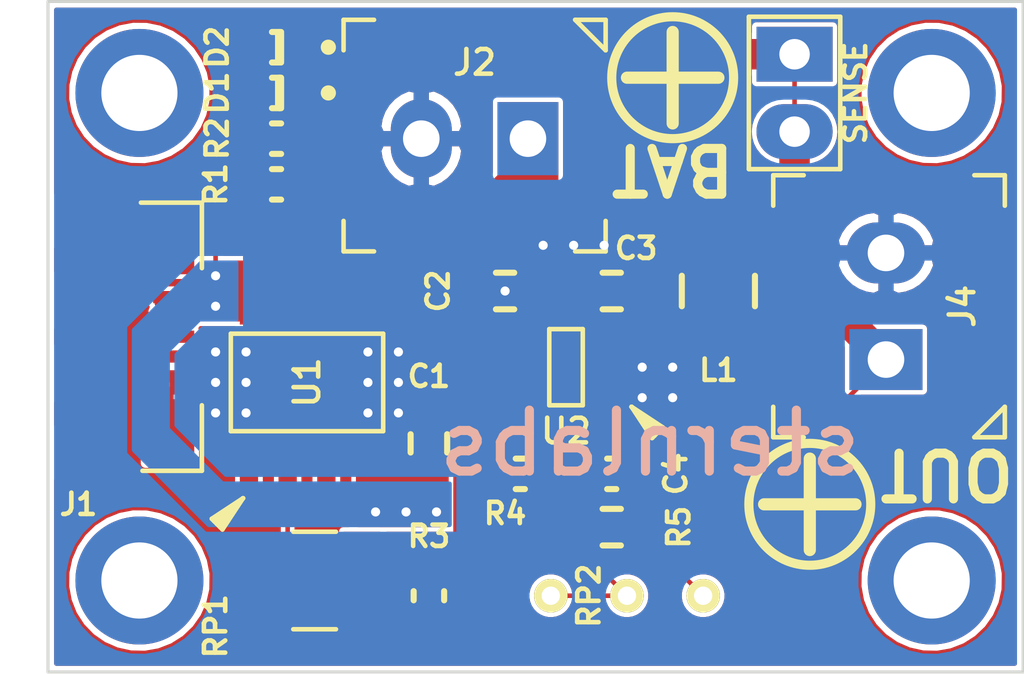
<source format=kicad_pcb>
(kicad_pcb (version 4) (host pcbnew "(after 2015-may-01 BZR unknown)-product")

  (general
    (links 50)
    (no_connects 0)
    (area 114.27262 86.285 151.653572 109.225001)
    (thickness 1.6)
    (drawings 14)
    (tracks 105)
    (zones 0)
    (modules 24)
    (nets 17)
  )

  (page A4)
  (layers
    (0 F.Cu signal)
    (31 B.Cu signal)
    (32 B.Adhes user)
    (33 F.Adhes user)
    (34 B.Paste user)
    (35 F.Paste user)
    (36 B.SilkS user)
    (37 F.SilkS user)
    (38 B.Mask user)
    (39 F.Mask user)
    (40 Dwgs.User user)
    (41 Cmts.User user)
    (42 Eco1.User user)
    (43 Eco2.User user)
    (44 Edge.Cuts user)
    (45 Margin user)
    (46 B.CrtYd user)
    (47 F.CrtYd user)
    (48 B.Fab user)
    (49 F.Fab user)
  )

  (setup
    (last_trace_width 0.15)
    (user_trace_width 1)
    (trace_clearance 0.15)
    (zone_clearance 0.15)
    (zone_45_only yes)
    (trace_min 0.15)
    (segment_width 0.2)
    (edge_width 0.1)
    (via_size 0.6)
    (via_drill 0.3)
    (via_min_size 0.6)
    (via_min_drill 0.3)
    (uvia_size 0.508)
    (uvia_drill 0.127)
    (uvias_allowed no)
    (uvia_min_size 0.508)
    (uvia_min_drill 0.127)
    (pcb_text_width 0.3)
    (pcb_text_size 1.5 1.5)
    (mod_edge_width 0.15)
    (mod_text_size 1 1)
    (mod_text_width 0.15)
    (pad_size 1.5 1.5)
    (pad_drill 0.6)
    (pad_to_mask_clearance 0)
    (aux_axis_origin 118 87)
    (grid_origin 118 87)
    (visible_elements FFFFF77F)
    (pcbplotparams
      (layerselection 0x010c0_00000000)
      (usegerberextensions false)
      (excludeedgelayer true)
      (linewidth 0.100000)
      (plotframeref false)
      (viasonmask false)
      (mode 1)
      (useauxorigin false)
      (hpglpennumber 1)
      (hpglpenspeed 20)
      (hpglpendiameter 15)
      (hpglpenoverlay 2)
      (psnegative false)
      (psa4output false)
      (plotreference true)
      (plotvalue true)
      (plotinvisibletext false)
      (padsonsilk false)
      (subtractmaskfromsilk false)
      (outputformat 2)
      (mirror false)
      (drillshape 0)
      (scaleselection 4)
      (outputdirectory fab/))
  )

  (net 0 "")
  (net 1 /VUSB)
  (net 2 PGND)
  (net 3 /BAT)
  (net 4 /VREG)
  (net 5 "Net-(D1-PadC)")
  (net 6 "Net-(D2-PadC)")
  (net 7 "Net-(MH1-Pad1)")
  (net 8 "Net-(MH2-Pad1)")
  (net 9 "Net-(MH3-Pad1)")
  (net 10 "Net-(MH4-Pad1)")
  (net 11 "Net-(R3-Pad1)")
  (net 12 "Net-(L1-Pad1)")
  (net 13 "Net-(C4-Pad1)")
  (net 14 "Net-(RP1-Pad1)")
  (net 15 "Net-(R1-Pad2)")
  (net 16 "Net-(R2-Pad2)")

  (net_class Default "This is the default net class."
    (clearance 0.15)
    (trace_width 0.15)
    (via_dia 0.6)
    (via_drill 0.3)
    (uvia_dia 0.508)
    (uvia_drill 0.127)
    (add_net /BAT)
    (add_net /VREG)
    (add_net /VUSB)
    (add_net "Net-(C4-Pad1)")
    (add_net "Net-(D1-PadC)")
    (add_net "Net-(D2-PadC)")
    (add_net "Net-(L1-Pad1)")
    (add_net "Net-(MH1-Pad1)")
    (add_net "Net-(MH2-Pad1)")
    (add_net "Net-(MH3-Pad1)")
    (add_net "Net-(MH4-Pad1)")
    (add_net "Net-(R1-Pad2)")
    (add_net "Net-(R2-Pad2)")
    (add_net "Net-(R3-Pad1)")
    (add_net "Net-(RP1-Pad1)")
    (add_net PGND)
  )

  (module kicad-libs:SOIC-8-N-EP (layer F.Cu) (tedit 55663005) (tstamp 553AC2A6)
    (at 126.5 99.5 90)
    (path /55397468)
    (fp_text reference U1 (at 0 0 90) (layer F.SilkS)
      (effects (font (size 0.81 0.81) (thickness 0.15)))
    )
    (fp_text value TP4056 (at 0 0 90) (layer F.SilkS) hide
      (effects (font (size 0.81 0.81) (thickness 0.15)))
    )
    (fp_line (start -3.5 -2.5) (end 3.5 -2.5) (layer F.Fab) (width 0.1))
    (fp_line (start 3.5 -2.5) (end 3.5 2.5) (layer F.Fab) (width 0.1))
    (fp_line (start 3.5 2.5) (end -3.5 2.5) (layer F.Fab) (width 0.1))
    (fp_line (start -3.5 2.5) (end -3.5 -2.5) (layer F.Fab) (width 0.1))
    (fp_circle (center -2.45 -1.45) (end -2.05 -1.45) (layer F.Fab) (width 0.2))
    (fp_text user %R (at 0 0 90) (layer F.Fab)
      (effects (font (size 1.5 1.5) (thickness 0.15)))
    )
    (fp_line (start 3.8 -2.5) (end 3.8 2.5) (layer F.CrtYd) (width 0.05))
    (fp_line (start 3.8 2.5) (end -3.8 2.5) (layer F.CrtYd) (width 0.05))
    (fp_line (start -3.8 2.5) (end -3.8 -2.5) (layer F.CrtYd) (width 0.05))
    (fp_line (start -3.8 -2.5) (end 3.8 -2.5) (layer F.CrtYd) (width 0.05))
    (fp_line (start -1.6 -2.5) (end 1.6 -2.5) (layer F.SilkS) (width 0.15))
    (fp_line (start 1.6 -2.5) (end 1.6 2.5) (layer F.SilkS) (width 0.15))
    (fp_line (start 1.6 2.5) (end -1.6 2.5) (layer F.SilkS) (width 0.15))
    (fp_line (start -1.6 2.5) (end -1.6 -2.5) (layer F.SilkS) (width 0.15))
    (fp_line (start -3.8 -2.1) (end -4.75 -2.85) (layer F.SilkS) (width 0.15))
    (fp_line (start -3.8 -2.1) (end -4.55 -3.05) (layer F.SilkS) (width 0.15))
    (fp_line (start -4.475 -3.125) (end -4.825 -2.775) (layer F.SilkS) (width 0.15))
    (fp_line (start -4.825 -2.775) (end -3.8 -2.1) (layer F.SilkS) (width 0.15))
    (fp_line (start -3.8 -2.1) (end -4.475 -3.125) (layer F.SilkS) (width 0.15))
    (fp_line (start -3.8 -2.1) (end -4.65 -2.95) (layer F.SilkS) (width 0.15))
    (pad 1 smd rect (at -2.7 -1.905 90) (size 1.6 0.6) (layers F.Cu F.Paste F.Mask)
      (net 2 PGND))
    (pad 2 smd rect (at -2.7 -0.635 90) (size 1.6 0.6) (layers F.Cu F.Paste F.Mask)
      (net 14 "Net-(RP1-Pad1)"))
    (pad 3 smd rect (at -2.7 0.635 90) (size 1.6 0.6) (layers F.Cu F.Paste F.Mask)
      (net 2 PGND))
    (pad 4 smd rect (at -2.7 1.905 90) (size 1.6 0.6) (layers F.Cu F.Paste F.Mask)
      (net 1 /VUSB))
    (pad 5 smd rect (at 2.7 1.905 90) (size 1.6 0.6) (layers F.Cu F.Paste F.Mask)
      (net 3 /BAT))
    (pad 6 smd rect (at 2.7 0.635 90) (size 1.6 0.6) (layers F.Cu F.Paste F.Mask)
      (net 15 "Net-(R1-Pad2)"))
    (pad 7 smd rect (at 2.7 -0.635 90) (size 1.6 0.6) (layers F.Cu F.Paste F.Mask)
      (net 16 "Net-(R2-Pad2)"))
    (pad 8 smd rect (at 2.7 -1.905 90) (size 1.6 0.6) (layers F.Cu F.Paste F.Mask)
      (net 1 /VUSB))
    (pad PAD smd rect (at 0 0 90) (size 2.7 3.4) (layers F.Cu F.Paste F.Mask)
      (net 2 PGND) (zone_connect 2))
  )

  (module kicad-libs:SOT-23-5 (layer F.Cu) (tedit 55662DD5) (tstamp 55663648)
    (at 135 99 90)
    (path /55397994)
    (fp_text reference U2 (at -2.1 0 180) (layer F.SilkS)
      (effects (font (size 0.81 0.81) (thickness 0.15)))
    )
    (fp_text value NCP1529 (at 0 0 90) (layer F.SilkS) hide
      (effects (font (size 0.81 0.81) (thickness 0.15)))
    )
    (fp_line (start 0.1 1.85) (end -1.25 0.5) (layer F.Fab) (width 0.15))
    (fp_line (start -1.25 0.65) (end -0.05 1.85) (layer F.Fab) (width 0.15))
    (fp_line (start -0.2 1.85) (end -1.25 0.8) (layer F.Fab) (width 0.15))
    (fp_line (start -1.25 0.95) (end -0.35 1.85) (layer F.Fab) (width 0.15))
    (fp_line (start -1.25 1.85) (end -1.2 1.8) (layer F.Fab) (width 0.15))
    (fp_line (start -1.25 1.7) (end -1.1 1.85) (layer F.Fab) (width 0.15))
    (fp_line (start -0.95 1.85) (end -1.25 1.55) (layer F.Fab) (width 0.15))
    (fp_line (start -1.25 1.4) (end -0.8 1.85) (layer F.Fab) (width 0.15))
    (fp_line (start -0.65 1.85) (end -1.25 1.25) (layer F.Fab) (width 0.15))
    (fp_line (start -1.25 1.1) (end -0.5 1.85) (layer F.Fab) (width 0.15))
    (fp_line (start -1.3 -1.9) (end 1.3 -1.9) (layer F.Fab) (width 0.1))
    (fp_line (start 1.3 -1.9) (end 1.3 1.9) (layer F.Fab) (width 0.1))
    (fp_line (start 1.3 1.9) (end -1.3 1.9) (layer F.Fab) (width 0.1))
    (fp_line (start -1.3 1.9) (end -1.3 -1.9) (layer F.Fab) (width 0.1))
    (fp_text user %R (at 0 0 180) (layer F.Fab)
      (effects (font (size 1.5 1.5) (thickness 0.15)))
    )
    (fp_line (start -1.3 2.15) (end -2.05 3.1) (layer F.SilkS) (width 0.15))
    (fp_line (start -1.3 2.15) (end -2.25 2.9) (layer F.SilkS) (width 0.15))
    (fp_line (start -2.325 2.825) (end -1.975 3.175) (layer F.SilkS) (width 0.15))
    (fp_line (start -1.975 3.175) (end -1.3 2.15) (layer F.SilkS) (width 0.15))
    (fp_line (start -1.3 2.15) (end -2.325 2.825) (layer F.SilkS) (width 0.15))
    (fp_line (start -1.3 2.15) (end -2.15 3) (layer F.SilkS) (width 0.15))
    (fp_line (start -1.25 -0.55) (end 1.25 -0.55) (layer F.SilkS) (width 0.15))
    (fp_line (start 1.25 -0.55) (end 1.25 0.55) (layer F.SilkS) (width 0.15))
    (fp_line (start 1.25 0.55) (end -1.25 0.55) (layer F.SilkS) (width 0.15))
    (fp_line (start -1.25 0.55) (end -1.25 -0.55) (layer F.SilkS) (width 0.15))
    (fp_line (start -1.5 -2.15) (end 1.5 -2.15) (layer Cmts.User) (width 0.05))
    (fp_line (start 1.5 -2.15) (end 1.5 2.15) (layer Cmts.User) (width 0.05))
    (fp_line (start 1.5 2.15) (end -1.5 2.15) (layer Cmts.User) (width 0.05))
    (fp_line (start -1.5 2.15) (end -1.5 -2.15) (layer Cmts.User) (width 0.05))
    (pad 1 smd rect (at -0.95 1.35 90) (size 0.6 1.05) (layers F.Cu F.Paste F.Mask)
      (net 3 /BAT))
    (pad 2 smd rect (at 0 1.35 90) (size 0.6 1.05) (layers F.Cu F.Paste F.Mask)
      (net 2 PGND))
    (pad 3 smd rect (at 0.95 1.35 90) (size 0.6 1.05) (layers F.Cu F.Paste F.Mask)
      (net 12 "Net-(L1-Pad1)"))
    (pad 4 smd rect (at 0.95 -1.35 90) (size 0.6 1.05) (layers F.Cu F.Paste F.Mask)
      (net 3 /BAT))
    (pad 5 smd rect (at -0.95 -1.35 90) (size 0.6 1.05) (layers F.Cu F.Paste F.Mask)
      (net 13 "Net-(C4-Pad1)"))
  )

  (module kicad-libs:TERM-2-3.5-PTH (layer F.Cu) (tedit 553BD723) (tstamp 553BBBD0)
    (at 145.5 97 90)
    (path /553976E2)
    (fp_text reference J4 (at 0 2.5 90) (layer F.SilkS)
      (effects (font (size 0.81 0.81) (thickness 0.15)))
    )
    (fp_text value VREG (at -5.5 2.5 180) (layer F.SilkS) hide
      (effects (font (size 0.81 0.81) (thickness 0.15)))
    )
    (fp_line (start -4.3 2.9) (end -3.3 3.9) (layer F.SilkS) (width 0.15))
    (fp_line (start -3.3 3.9) (end -4.3 3.9) (layer F.SilkS) (width 0.15))
    (fp_line (start -4.3 3.9) (end -4.3 2.9) (layer F.SilkS) (width 0.15))
    (fp_line (start 4.3 2.9) (end 4.3 3.9) (layer F.SilkS) (width 0.15))
    (fp_line (start 4.3 3.9) (end 3.3 3.9) (layer F.SilkS) (width 0.15))
    (fp_line (start 3.3 -3.7) (end 4.3 -3.7) (layer F.SilkS) (width 0.15))
    (fp_line (start 4.3 -3.7) (end 4.3 -2.7) (layer F.SilkS) (width 0.15))
    (fp_line (start -4.3 -2.7) (end -4.3 -3.7) (layer F.SilkS) (width 0.15))
    (fp_line (start -4.3 -3.7) (end -3.3 -3.7) (layer F.SilkS) (width 0.15))
    (fp_line (start 4.3 -3.7) (end -4.3 -3.7) (layer F.CrtYd) (width 0.05))
    (fp_line (start 4.3 3.9) (end 4.3 -3.7) (layer F.CrtYd) (width 0.05))
    (fp_line (start -4.3 -3.7) (end -4.3 3.9) (layer F.CrtYd) (width 0.05))
    (fp_line (start -4.3 3.9) (end 4.3 3.9) (layer F.CrtYd) (width 0.05))
    (pad 1 thru_hole rect (at -1.75 0 90) (size 2 2.4) (drill 1.2) (layers *.Cu *.Mask)
      (net 4 /VREG) (thermal_width 0.5) (thermal_gap 0.3))
    (pad 2 thru_hole oval (at 1.75 0 90) (size 2 2.6) (drill 1.2) (layers *.Cu *.Mask)
      (net 2 PGND) (thermal_width 0.5) (thermal_gap 0.3))
  )

  (module kicad-libs:TERM-2-3.5-PTH (layer F.Cu) (tedit 553BD6F9) (tstamp 553BBBCA)
    (at 132 91.5 180)
    (path /553975CA)
    (fp_text reference J2 (at 0 2.5 180) (layer F.SilkS)
      (effects (font (size 0.81 0.81) (thickness 0.15)))
    )
    (fp_text value BAT (at -5 -1 270) (layer F.SilkS) hide
      (effects (font (size 0.81 0.81) (thickness 0.15)))
    )
    (fp_line (start -4.3 2.9) (end -3.3 3.9) (layer F.SilkS) (width 0.15))
    (fp_line (start -3.3 3.9) (end -4.3 3.9) (layer F.SilkS) (width 0.15))
    (fp_line (start -4.3 3.9) (end -4.3 2.9) (layer F.SilkS) (width 0.15))
    (fp_line (start 4.3 2.9) (end 4.3 3.9) (layer F.SilkS) (width 0.15))
    (fp_line (start 4.3 3.9) (end 3.3 3.9) (layer F.SilkS) (width 0.15))
    (fp_line (start 3.3 -3.7) (end 4.3 -3.7) (layer F.SilkS) (width 0.15))
    (fp_line (start 4.3 -3.7) (end 4.3 -2.7) (layer F.SilkS) (width 0.15))
    (fp_line (start -4.3 -2.7) (end -4.3 -3.7) (layer F.SilkS) (width 0.15))
    (fp_line (start -4.3 -3.7) (end -3.3 -3.7) (layer F.SilkS) (width 0.15))
    (fp_line (start 4.3 -3.7) (end -4.3 -3.7) (layer F.CrtYd) (width 0.05))
    (fp_line (start 4.3 3.9) (end 4.3 -3.7) (layer F.CrtYd) (width 0.05))
    (fp_line (start -4.3 -3.7) (end -4.3 3.9) (layer F.CrtYd) (width 0.05))
    (fp_line (start -4.3 3.9) (end 4.3 3.9) (layer F.CrtYd) (width 0.05))
    (pad 1 thru_hole rect (at -1.75 0 180) (size 2 2.4) (drill 1.2) (layers *.Cu *.Mask)
      (net 3 /BAT) (thermal_width 0.5) (thermal_gap 0.3))
    (pad 2 thru_hole oval (at 1.75 0 180) (size 2 2.6) (drill 1.2) (layers *.Cu *.Mask)
      (net 2 PGND) (thermal_width 0.5) (thermal_gap 0.3))
  )

  (module kicad-libs:POT-3296W (layer F.Cu) (tedit 553BF639) (tstamp 553BF63C)
    (at 137 106.5 90)
    (path /55397DB3)
    (fp_text reference RP2 (at 0 -1.25 90) (layer F.SilkS)
      (effects (font (size 0.7 0.7) (thickness 0.15)))
    )
    (fp_text value "2M 10%" (at 0 0 180) (layer F.Fab) hide
      (effects (font (size 1.5 1.5) (thickness 0.15)))
    )
    (fp_line (start -2.5 5) (end 2.5 5) (layer F.CrtYd) (width 0.15))
    (fp_line (start 2.5 5) (end 2.5 -5) (layer F.CrtYd) (width 0.15))
    (fp_line (start 2.5 -5) (end -2.5 -5) (layer F.CrtYd) (width 0.15))
    (fp_line (start -2.5 -5) (end -2.5 5) (layer F.CrtYd) (width 0.15))
    (pad 3 thru_hole circle (at 0 -2.5 90) (size 1.1 1.1) (drill 0.6) (layers *.Cu *.Mask F.SilkS)
      (net 13 "Net-(C4-Pad1)"))
    (pad WIPE thru_hole circle (at 0 0 90) (size 1.1 1.1) (drill 0.6) (layers *.Cu *.Mask F.SilkS)
      (net 13 "Net-(C4-Pad1)"))
    (pad 1 thru_hole circle (at 0 2.5 90) (size 1.1 1.1) (drill 0.6) (layers *.Cu *.Mask F.SilkS)
      (net 4 /VREG))
  )

  (module kicad-libs:SMD-POT-3831 (layer F.Cu) (tedit 553BD776) (tstamp 553BBA47)
    (at 126.5 106 90)
    (path /55399EFD)
    (fp_text reference RP1 (at -1.5 -3 270) (layer F.SilkS)
      (effects (font (size 0.7 0.7) (thickness 0.15)))
    )
    (fp_text value "20k 25%" (at 0 0 180) (layer F.Fab) hide
      (effects (font (size 1.5 1.5) (thickness 0.15)))
    )
    (fp_line (start 1.6 0.95) (end 1.6 -0.45) (layer F.SilkS) (width 0.15))
    (fp_line (start -1.6 0.95) (end -1.6 -0.45) (layer F.SilkS) (width 0.15))
    (fp_line (start -1.9 2.7) (end 1.9 2.7) (layer Cmts.User) (width 0.05))
    (fp_line (start 1.9 2.7) (end 1.9 -2.5) (layer Cmts.User) (width 0.05))
    (fp_line (start 1.9 -2.5) (end -1.9 -2.5) (layer Cmts.User) (width 0.05))
    (fp_line (start -1.9 -2.5) (end -1.9 2.7) (layer Cmts.User) (width 0.05))
    (pad WIPE smd rect (at 0 -1.45 90) (size 1.6 1.5) (layers F.Cu F.Paste F.Mask)
      (net 14 "Net-(RP1-Pad1)"))
    (pad 1 smd rect (at -1 1.8 90) (size 1.2 1.2) (layers F.Cu F.Paste F.Mask)
      (net 14 "Net-(RP1-Pad1)"))
    (pad 3 smd rect (at 1 1.8 90) (size 1.2 1.2) (layers F.Cu F.Paste F.Mask)
      (net 11 "Net-(R3-Pad1)"))
  )

  (module kicad-libs:USB-MICRO-B-FCI-10118192 (layer F.Cu) (tedit 553BD787) (tstamp 553BCB40)
    (at 119.45 98 270)
    (path /553965D0)
    (fp_text reference J1 (at 5.5 0.45 360) (layer F.SilkS)
      (effects (font (size 0.7 0.7) (thickness 0.15)))
    )
    (fp_text value USB-MICROB (at 0 0 270) (layer F.SilkS) hide
      (effects (font (size 1 1) (thickness 0.15)))
    )
    (fp_line (start -4.4 -1.6) (end -4.4 -3.6) (layer F.SilkS) (width 0.15))
    (fp_line (start -4.4 -3.6) (end -2.25 -3.6) (layer F.SilkS) (width 0.15))
    (fp_line (start 2.25 -3.6) (end 4.4 -3.6) (layer F.SilkS) (width 0.15))
    (fp_line (start 4.4 -3.6) (end 4.4 -1.65) (layer F.SilkS) (width 0.15))
    (fp_line (start -4 1.45) (end -3.5 1.45) (layer Cmts.User) (width 0.05))
    (fp_line (start 4 1.45) (end 3.5 1.45) (layer Cmts.User) (width 0.05))
    (fp_line (start 4.75 2.75) (end -4.75 2.75) (layer Dwgs.User) (width 0.05))
    (fp_line (start 4.75 2.15) (end -4.75 2.15) (layer Dwgs.User) (width 0.05))
    (fp_line (start 4.25 2.4) (end 4.25 3) (layer Cmts.User) (width 0.05))
    (fp_line (start 4.25 3) (end -4.25 3) (layer Cmts.User) (width 0.05))
    (fp_line (start -4.25 3) (end -4.25 2.4) (layer Cmts.User) (width 0.05))
    (fp_line (start 5 -3.6) (end 5 2.4) (layer Cmts.User) (width 0.05))
    (fp_line (start 5 2.4) (end -5 2.4) (layer Cmts.User) (width 0.05))
    (fp_line (start 5 -3.6) (end -5 -3.6) (layer Cmts.User) (width 0.05))
    (fp_line (start -5 -3.6) (end -5 2.4) (layer Cmts.User) (width 0.05))
    (pad SHIE smd rect (at -3.1 -2.55 270) (size 2.1 1.6) (layers F.Cu F.Paste F.Mask)
      (net 2 PGND))
    (pad SHIE smd rect (at 3.1 -2.55 270) (size 2.1 1.6) (layers F.Cu F.Paste F.Mask)
      (net 2 PGND))
    (pad "" smd rect (at -1.2 0 270) (size 1.9 1.9) (layers F.Cu F.Paste F.Mask))
    (pad "" smd rect (at 1.2 0 270) (size 1.9 1.9) (layers F.Cu F.Paste F.Mask))
    (pad 1 smd rect (at -1.3 -2.675 270) (size 0.4 1.35) (layers F.Cu F.Paste F.Mask)
      (net 1 /VUSB))
    (pad 2 smd rect (at -0.65 -2.675 270) (size 0.4 1.35) (layers F.Cu F.Paste F.Mask))
    (pad 3 smd rect (at 0 -2.675 270) (size 0.4 1.35) (layers F.Cu F.Paste F.Mask))
    (pad 4 smd rect (at 0.65 -2.675 270) (size 0.4 1.35) (layers F.Cu F.Paste F.Mask))
    (pad 5 smd rect (at 1.3 -2.675 270) (size 0.4 1.35) (layers F.Cu F.Paste F.Mask)
      (net 2 PGND))
    (pad "" smd rect (at -3.8 0 270) (size 1.8 1.9) (layers F.Cu F.Paste F.Mask))
    (pad "" smd rect (at 3.8 0 270) (size 1.8 1.9) (layers F.Cu F.Paste F.Mask))
  )

  (module kicad-libs:HEADER-1x2 (layer F.Cu) (tedit 553E1042) (tstamp 553E10C5)
    (at 142.5 90 270)
    (path /553A1B20)
    (fp_text reference J3 (at 3.81 0 360) (layer F.SilkS) hide
      (effects (font (size 1 1) (thickness 0.15)))
    )
    (fp_text value SENSE (at 0 -2 270) (layer F.SilkS)
      (effects (font (size 0.7 0.7) (thickness 0.15)))
    )
    (fp_line (start -2.5 -1.5) (end 2.5 -1.5) (layer F.SilkS) (width 0.15))
    (fp_line (start 2.5 -1.5) (end 2.5 1.5) (layer F.SilkS) (width 0.15))
    (fp_line (start 2.5 1.5) (end -2.5 1.5) (layer F.SilkS) (width 0.15))
    (fp_line (start -2.5 1.5) (end -2.5 -1.5) (layer F.SilkS) (width 0.15))
    (pad 1 thru_hole rect (at -1.27 0 270) (size 1.8 2.5) (drill 1) (layers *.Cu *.Mask)
      (net 4 /VREG))
    (pad 2 thru_hole oval (at 1.27 0 270) (size 1.8 2.5) (drill 1) (layers *.Cu *.Mask)
      (net 4 /VREG))
  )

  (module kicad-libs:HOLE-M2.5-COND (layer F.Cu) (tedit 553BC8E1) (tstamp 553E10CE)
    (at 121 90)
    (path /55397BCD)
    (fp_text reference MH1 (at 0 0) (layer F.SilkS) hide
      (effects (font (size 1 1) (thickness 0.15)))
    )
    (fp_text value MOUNTHOLE (at 0 0) (layer F.SilkS) hide
      (effects (font (size 1 1) (thickness 0.15)))
    )
    (fp_circle (center 0 0) (end -2.4 0) (layer F.CrtYd) (width 0.05))
    (pad 1 smd circle (at 0 0) (size 4.2 4.2) (layers F.Cu F.Mask)
      (net 7 "Net-(MH1-Pad1)") (clearance 0.2) (zone_connect 2))
    (pad 1 smd circle (at 0 0) (size 4.2 4.2) (layers B.Cu B.Mask)
      (net 7 "Net-(MH1-Pad1)") (clearance 0.3) (zone_connect 2))
    (pad 1 thru_hole circle (at 0 0) (size 2.5 2.5) (drill 2.5) (layers *.Cu)
      (net 7 "Net-(MH1-Pad1)") (clearance 0.2) (zone_connect 2))
  )

  (module kicad-libs:HOLE-M2.5-COND (layer F.Cu) (tedit 553BC8E1) (tstamp 553E10D5)
    (at 147 106)
    (path /55397C32)
    (fp_text reference MH2 (at 0 0) (layer F.SilkS) hide
      (effects (font (size 1 1) (thickness 0.15)))
    )
    (fp_text value MOUNTHOLE (at 0 0) (layer F.SilkS) hide
      (effects (font (size 1 1) (thickness 0.15)))
    )
    (fp_circle (center 0 0) (end -2.4 0) (layer F.CrtYd) (width 0.05))
    (pad 1 smd circle (at 0 0) (size 4.2 4.2) (layers F.Cu F.Mask)
      (net 8 "Net-(MH2-Pad1)") (clearance 0.2) (zone_connect 2))
    (pad 1 smd circle (at 0 0) (size 4.2 4.2) (layers B.Cu B.Mask)
      (net 8 "Net-(MH2-Pad1)") (clearance 0.3) (zone_connect 2))
    (pad 1 thru_hole circle (at 0 0) (size 2.5 2.5) (drill 2.5) (layers *.Cu)
      (net 8 "Net-(MH2-Pad1)") (clearance 0.2) (zone_connect 2))
  )

  (module kicad-libs:HOLE-M2.5-COND (layer F.Cu) (tedit 553BC8E1) (tstamp 553E10DC)
    (at 147 90)
    (path /55397C4F)
    (fp_text reference MH3 (at 0 0) (layer F.SilkS) hide
      (effects (font (size 1 1) (thickness 0.15)))
    )
    (fp_text value MOUNTHOLE (at 0 0) (layer F.SilkS) hide
      (effects (font (size 1 1) (thickness 0.15)))
    )
    (fp_circle (center 0 0) (end -2.4 0) (layer F.CrtYd) (width 0.05))
    (pad 1 smd circle (at 0 0) (size 4.2 4.2) (layers F.Cu F.Mask)
      (net 9 "Net-(MH3-Pad1)") (clearance 0.2) (zone_connect 2))
    (pad 1 smd circle (at 0 0) (size 4.2 4.2) (layers B.Cu B.Mask)
      (net 9 "Net-(MH3-Pad1)") (clearance 0.3) (zone_connect 2))
    (pad 1 thru_hole circle (at 0 0) (size 2.5 2.5) (drill 2.5) (layers *.Cu)
      (net 9 "Net-(MH3-Pad1)") (clearance 0.2) (zone_connect 2))
  )

  (module kicad-libs:HOLE-M2.5-COND (layer F.Cu) (tedit 553BC8E1) (tstamp 553E10E3)
    (at 121 106)
    (path /55397C6C)
    (fp_text reference MH4 (at 0 0) (layer F.SilkS) hide
      (effects (font (size 1 1) (thickness 0.15)))
    )
    (fp_text value MOUNTHOLE (at 0 0) (layer F.SilkS) hide
      (effects (font (size 1 1) (thickness 0.15)))
    )
    (fp_circle (center 0 0) (end -2.4 0) (layer F.CrtYd) (width 0.05))
    (pad 1 smd circle (at 0 0) (size 4.2 4.2) (layers F.Cu F.Mask)
      (net 10 "Net-(MH4-Pad1)") (clearance 0.2) (zone_connect 2))
    (pad 1 smd circle (at 0 0) (size 4.2 4.2) (layers B.Cu B.Mask)
      (net 10 "Net-(MH4-Pad1)") (clearance 0.3) (zone_connect 2))
    (pad 1 thru_hole circle (at 0 0) (size 2.5 2.5) (drill 2.5) (layers *.Cu)
      (net 10 "Net-(MH4-Pad1)") (clearance 0.2) (zone_connect 2))
  )

  (module kicad-libs:SMD-1608 (layer F.Cu) (tedit 55662142) (tstamp 5565E2BB)
    (at 136.5 102.5 90)
    (path /553996EE)
    (fp_text reference C4 (at 0 2.1 270) (layer F.SilkS)
      (effects (font (size 0.7 0.7) (thickness 0.15)))
    )
    (fp_text value 18p (at 0 0 180) (layer F.Fab) hide
      (effects (font (size 0.7 0.7) (thickness 0.15)))
    )
    (fp_line (start -0.75 -1.5) (end 0.75 -1.5) (layer F.Fab) (width 0.1))
    (fp_line (start 0.75 -1.5) (end 0.75 1.5) (layer F.Fab) (width 0.1))
    (fp_line (start 0.75 1.5) (end -0.75 1.5) (layer F.Fab) (width 0.1))
    (fp_line (start -0.75 1.5) (end -0.75 -1.5) (layer F.Fab) (width 0.1))
    (fp_text user %R (at 0 0 180) (layer F.Fab)
      (effects (font (size 1 1) (thickness 0.1)))
    )
    (fp_line (start 0.75 1.5) (end 0.75 -1.5) (layer F.CrtYd) (width 0.05))
    (fp_line (start 0.75 -1.5) (end -0.75 -1.5) (layer F.CrtYd) (width 0.05))
    (fp_line (start -0.75 -1.5) (end -0.75 1.5) (layer F.CrtYd) (width 0.05))
    (fp_line (start -0.75 1.5) (end 0.75 1.5) (layer F.CrtYd) (width 0.05))
    (fp_line (start -0.5 -0.15) (end -0.5 0.15) (layer F.SilkS) (width 0.2))
    (fp_line (start 0.5 -0.15) (end 0.5 0.15) (layer F.SilkS) (width 0.2))
    (pad 1 smd rect (at 0 -0.8 90) (size 0.9 0.8) (layers F.Cu F.Paste F.Mask)
      (net 13 "Net-(C4-Pad1)"))
    (pad 2 smd rect (at 0 0.8 90) (size 0.9 0.8) (layers F.Cu F.Paste F.Mask)
      (net 4 /VREG))
  )

  (module kicad-libs:SMD-1608 (layer F.Cu) (tedit 55661EDB) (tstamp 5565E2CB)
    (at 125.5 93 270)
    (path /55398F35)
    (fp_text reference R1 (at 0 2 270) (layer F.SilkS)
      (effects (font (size 0.7 0.7) (thickness 0.15)))
    )
    (fp_text value 1k (at 0 0 360) (layer F.Fab) hide
      (effects (font (size 0.7 0.7) (thickness 0.15)))
    )
    (fp_line (start -0.75 -1.5) (end 0.75 -1.5) (layer F.Fab) (width 0.1))
    (fp_line (start 0.75 -1.5) (end 0.75 1.5) (layer F.Fab) (width 0.1))
    (fp_line (start 0.75 1.5) (end -0.75 1.5) (layer F.Fab) (width 0.1))
    (fp_line (start -0.75 1.5) (end -0.75 -1.5) (layer F.Fab) (width 0.1))
    (fp_text user %R (at 0 0 360) (layer F.Fab)
      (effects (font (size 1 1) (thickness 0.1)))
    )
    (fp_line (start 0.75 1.5) (end 0.75 -1.5) (layer F.CrtYd) (width 0.05))
    (fp_line (start 0.75 -1.5) (end -0.75 -1.5) (layer F.CrtYd) (width 0.05))
    (fp_line (start -0.75 -1.5) (end -0.75 1.5) (layer F.CrtYd) (width 0.05))
    (fp_line (start -0.75 1.5) (end 0.75 1.5) (layer F.CrtYd) (width 0.05))
    (fp_line (start -0.5 -0.15) (end -0.5 0.15) (layer F.SilkS) (width 0.2))
    (fp_line (start 0.5 -0.15) (end 0.5 0.15) (layer F.SilkS) (width 0.2))
    (pad 1 smd rect (at 0 -0.8 270) (size 0.9 0.8) (layers F.Cu F.Paste F.Mask)
      (net 6 "Net-(D2-PadC)"))
    (pad 2 smd rect (at 0 0.8 270) (size 0.9 0.8) (layers F.Cu F.Paste F.Mask)
      (net 15 "Net-(R1-Pad2)"))
  )

  (module kicad-libs:SMD-1608 (layer F.Cu) (tedit 556626EF) (tstamp 5565E2DB)
    (at 125.5 91.5 270)
    (path /55398EFD)
    (fp_text reference R2 (at 0 1.95 270) (layer F.SilkS)
      (effects (font (size 0.7 0.7) (thickness 0.15)))
    )
    (fp_text value 1k (at 0 0 360) (layer F.Fab) hide
      (effects (font (size 0.7 0.7) (thickness 0.15)))
    )
    (fp_line (start -0.75 -1.5) (end 0.75 -1.5) (layer F.Fab) (width 0.1))
    (fp_line (start 0.75 -1.5) (end 0.75 1.5) (layer F.Fab) (width 0.1))
    (fp_line (start 0.75 1.5) (end -0.75 1.5) (layer F.Fab) (width 0.1))
    (fp_line (start -0.75 1.5) (end -0.75 -1.5) (layer F.Fab) (width 0.1))
    (fp_text user %R (at 0 0 360) (layer F.Fab)
      (effects (font (size 1 1) (thickness 0.1)))
    )
    (fp_line (start 0.75 1.5) (end 0.75 -1.5) (layer F.CrtYd) (width 0.05))
    (fp_line (start 0.75 -1.5) (end -0.75 -1.5) (layer F.CrtYd) (width 0.05))
    (fp_line (start -0.75 -1.5) (end -0.75 1.5) (layer F.CrtYd) (width 0.05))
    (fp_line (start -0.75 1.5) (end 0.75 1.5) (layer F.CrtYd) (width 0.05))
    (fp_line (start -0.5 -0.15) (end -0.5 0.15) (layer F.SilkS) (width 0.2))
    (fp_line (start 0.5 -0.15) (end 0.5 0.15) (layer F.SilkS) (width 0.2))
    (pad 1 smd rect (at 0 -0.8 270) (size 0.9 0.8) (layers F.Cu F.Paste F.Mask)
      (net 5 "Net-(D1-PadC)"))
    (pad 2 smd rect (at 0 0.8 270) (size 0.9 0.8) (layers F.Cu F.Paste F.Mask)
      (net 16 "Net-(R2-Pad2)"))
  )

  (module kicad-libs:SMD-1608 (layer F.Cu) (tedit 55661C1C) (tstamp 5565E2EB)
    (at 130.5 106.5)
    (path /5539A0EE)
    (fp_text reference R3 (at 0 -1.95) (layer F.SilkS)
      (effects (font (size 0.7 0.7) (thickness 0.15)))
    )
    (fp_text value "1k 1%" (at 0 0 90) (layer F.Fab) hide
      (effects (font (size 0.7 0.7) (thickness 0.15)))
    )
    (fp_line (start -0.75 -1.5) (end 0.75 -1.5) (layer F.Fab) (width 0.1))
    (fp_line (start 0.75 -1.5) (end 0.75 1.5) (layer F.Fab) (width 0.1))
    (fp_line (start 0.75 1.5) (end -0.75 1.5) (layer F.Fab) (width 0.1))
    (fp_line (start -0.75 1.5) (end -0.75 -1.5) (layer F.Fab) (width 0.1))
    (fp_text user %R (at 0 0 90) (layer F.Fab)
      (effects (font (size 1 1) (thickness 0.1)))
    )
    (fp_line (start 0.75 1.5) (end 0.75 -1.5) (layer F.CrtYd) (width 0.05))
    (fp_line (start 0.75 -1.5) (end -0.75 -1.5) (layer F.CrtYd) (width 0.05))
    (fp_line (start -0.75 -1.5) (end -0.75 1.5) (layer F.CrtYd) (width 0.05))
    (fp_line (start -0.75 1.5) (end 0.75 1.5) (layer F.CrtYd) (width 0.05))
    (fp_line (start -0.5 -0.15) (end -0.5 0.15) (layer F.SilkS) (width 0.2))
    (fp_line (start 0.5 -0.15) (end 0.5 0.15) (layer F.SilkS) (width 0.2))
    (pad 1 smd rect (at 0 -0.8) (size 0.9 0.8) (layers F.Cu F.Paste F.Mask)
      (net 11 "Net-(R3-Pad1)"))
    (pad 2 smd rect (at 0 0.8) (size 0.9 0.8) (layers F.Cu F.Paste F.Mask)
      (net 2 PGND))
  )

  (module kicad-libs:SMD-1608 (layer F.Cu) (tedit 5566213C) (tstamp 5565E2FB)
    (at 133.5 102.5 270)
    (path /553983F8)
    (fp_text reference R4 (at 1.3 0.5 360) (layer F.SilkS)
      (effects (font (size 0.7 0.7) (thickness 0.15)))
    )
    (fp_text value "255k 1%" (at 0 0 360) (layer F.Fab) hide
      (effects (font (size 0.7 0.7) (thickness 0.15)))
    )
    (fp_line (start -0.75 -1.5) (end 0.75 -1.5) (layer F.Fab) (width 0.1))
    (fp_line (start 0.75 -1.5) (end 0.75 1.5) (layer F.Fab) (width 0.1))
    (fp_line (start 0.75 1.5) (end -0.75 1.5) (layer F.Fab) (width 0.1))
    (fp_line (start -0.75 1.5) (end -0.75 -1.5) (layer F.Fab) (width 0.1))
    (fp_text user %R (at 0 0 360) (layer F.Fab)
      (effects (font (size 1 1) (thickness 0.1)))
    )
    (fp_line (start 0.75 1.5) (end 0.75 -1.5) (layer F.CrtYd) (width 0.05))
    (fp_line (start 0.75 -1.5) (end -0.75 -1.5) (layer F.CrtYd) (width 0.05))
    (fp_line (start -0.75 -1.5) (end -0.75 1.5) (layer F.CrtYd) (width 0.05))
    (fp_line (start -0.75 1.5) (end 0.75 1.5) (layer F.CrtYd) (width 0.05))
    (fp_line (start -0.5 -0.15) (end -0.5 0.15) (layer F.SilkS) (width 0.2))
    (fp_line (start 0.5 -0.15) (end 0.5 0.15) (layer F.SilkS) (width 0.2))
    (pad 1 smd rect (at 0 -0.8 270) (size 0.9 0.8) (layers F.Cu F.Paste F.Mask)
      (net 13 "Net-(C4-Pad1)"))
    (pad 2 smd rect (at 0 0.8 270) (size 0.9 0.8) (layers F.Cu F.Paste F.Mask)
      (net 2 PGND))
  )

  (module kicad-libs:SMD-2012 (layer F.Cu) (tedit 556620DC) (tstamp 5565F432)
    (at 130.5 101.5 180)
    (path /553974AF)
    (fp_text reference C1 (at 0 2.2 180) (layer F.SilkS)
      (effects (font (size 0.7 0.7) (thickness 0.15)))
    )
    (fp_text value 10u (at 1.525 0 270) (layer F.SilkS) hide
      (effects (font (size 0.7 0.7) (thickness 0.15)))
    )
    (fp_line (start -0.9 -1.7) (end 0.9 -1.7) (layer F.Fab) (width 0.1))
    (fp_line (start 0.9 -1.7) (end 0.9 1.7) (layer F.Fab) (width 0.1))
    (fp_line (start 0.9 1.7) (end -0.9 1.7) (layer F.Fab) (width 0.1))
    (fp_line (start -0.9 1.7) (end -0.9 -1.7) (layer F.Fab) (width 0.1))
    (fp_text user %R (at 0 0 270) (layer F.Fab)
      (effects (font (size 1.2 1.2) (thickness 0.12)))
    )
    (fp_line (start -0.6 0.3) (end -0.6 -0.3) (layer F.SilkS) (width 0.2))
    (fp_line (start 0.6 -0.3) (end 0.6 0.3) (layer F.SilkS) (width 0.2))
    (fp_line (start 0.9 -1.7) (end 0.9 1.7) (layer F.CrtYd) (width 0.05))
    (fp_line (start 0.9 1.7) (end -0.9 1.7) (layer F.CrtYd) (width 0.05))
    (fp_line (start -0.9 1.7) (end -0.9 -1.7) (layer F.CrtYd) (width 0.05))
    (fp_line (start -0.9 -1.7) (end 0.9 -1.7) (layer F.CrtYd) (width 0.05))
    (pad 1 smd rect (at 0 -1 180) (size 1.3 0.9) (layers F.Cu F.Paste F.Mask)
      (net 1 /VUSB))
    (pad 2 smd rect (at 0 1 180) (size 1.3 0.9) (layers F.Cu F.Paste F.Mask)
      (net 2 PGND))
  )

  (module kicad-libs:SMD-2012 (layer F.Cu) (tedit 55661CCE) (tstamp 5565F43C)
    (at 133 96.5 90)
    (path /5539756F)
    (fp_text reference C2 (at 0 -2.2 90) (layer F.SilkS)
      (effects (font (size 0.7 0.7) (thickness 0.15)))
    )
    (fp_text value 10u (at 1.525 0 180) (layer F.SilkS) hide
      (effects (font (size 0.7 0.7) (thickness 0.15)))
    )
    (fp_line (start -0.9 -1.7) (end 0.9 -1.7) (layer F.Fab) (width 0.1))
    (fp_line (start 0.9 -1.7) (end 0.9 1.7) (layer F.Fab) (width 0.1))
    (fp_line (start 0.9 1.7) (end -0.9 1.7) (layer F.Fab) (width 0.1))
    (fp_line (start -0.9 1.7) (end -0.9 -1.7) (layer F.Fab) (width 0.1))
    (fp_text user %R (at 0 0 180) (layer F.Fab)
      (effects (font (size 1.2 1.2) (thickness 0.12)))
    )
    (fp_line (start -0.6 0.3) (end -0.6 -0.3) (layer F.SilkS) (width 0.2))
    (fp_line (start 0.6 -0.3) (end 0.6 0.3) (layer F.SilkS) (width 0.2))
    (fp_line (start 0.9 -1.7) (end 0.9 1.7) (layer F.CrtYd) (width 0.05))
    (fp_line (start 0.9 1.7) (end -0.9 1.7) (layer F.CrtYd) (width 0.05))
    (fp_line (start -0.9 1.7) (end -0.9 -1.7) (layer F.CrtYd) (width 0.05))
    (fp_line (start -0.9 -1.7) (end 0.9 -1.7) (layer F.CrtYd) (width 0.05))
    (pad 1 smd rect (at 0 -1 90) (size 1.3 0.9) (layers F.Cu F.Paste F.Mask)
      (net 3 /BAT))
    (pad 2 smd rect (at 0 1 90) (size 1.3 0.9) (layers F.Cu F.Paste F.Mask)
      (net 2 PGND))
  )

  (module kicad-libs:SMD-2012 (layer F.Cu) (tedit 55662164) (tstamp 5565F446)
    (at 136.5 96.5 270)
    (path /55397B88)
    (fp_text reference C3 (at -1.4 -0.8 360) (layer F.SilkS)
      (effects (font (size 0.7 0.7) (thickness 0.15)))
    )
    (fp_text value 10u (at 1.525 0 360) (layer F.SilkS) hide
      (effects (font (size 0.7 0.7) (thickness 0.15)))
    )
    (fp_line (start -0.9 -1.7) (end 0.9 -1.7) (layer F.Fab) (width 0.1))
    (fp_line (start 0.9 -1.7) (end 0.9 1.7) (layer F.Fab) (width 0.1))
    (fp_line (start 0.9 1.7) (end -0.9 1.7) (layer F.Fab) (width 0.1))
    (fp_line (start -0.9 1.7) (end -0.9 -1.7) (layer F.Fab) (width 0.1))
    (fp_text user %R (at 0 0 360) (layer F.Fab)
      (effects (font (size 1.2 1.2) (thickness 0.12)))
    )
    (fp_line (start -0.6 0.3) (end -0.6 -0.3) (layer F.SilkS) (width 0.2))
    (fp_line (start 0.6 -0.3) (end 0.6 0.3) (layer F.SilkS) (width 0.2))
    (fp_line (start 0.9 -1.7) (end 0.9 1.7) (layer F.CrtYd) (width 0.05))
    (fp_line (start 0.9 1.7) (end -0.9 1.7) (layer F.CrtYd) (width 0.05))
    (fp_line (start -0.9 1.7) (end -0.9 -1.7) (layer F.CrtYd) (width 0.05))
    (fp_line (start -0.9 -1.7) (end 0.9 -1.7) (layer F.CrtYd) (width 0.05))
    (pad 1 smd rect (at 0 -1 270) (size 1.3 0.9) (layers F.Cu F.Paste F.Mask)
      (net 4 /VREG))
    (pad 2 smd rect (at 0 1 270) (size 1.3 0.9) (layers F.Cu F.Paste F.Mask)
      (net 2 PGND))
  )

  (module kicad-libs:SMD-2012 (layer F.Cu) (tedit 55661CCE) (tstamp 5565F450)
    (at 136.5 104.25 270)
    (path /553B9651)
    (fp_text reference R5 (at 0 -2.2 270) (layer F.SilkS)
      (effects (font (size 0.7 0.7) (thickness 0.15)))
    )
    (fp_text value "1.15M 1%" (at 1.525 0 360) (layer F.SilkS) hide
      (effects (font (size 0.7 0.7) (thickness 0.15)))
    )
    (fp_line (start -0.9 -1.7) (end 0.9 -1.7) (layer F.Fab) (width 0.1))
    (fp_line (start 0.9 -1.7) (end 0.9 1.7) (layer F.Fab) (width 0.1))
    (fp_line (start 0.9 1.7) (end -0.9 1.7) (layer F.Fab) (width 0.1))
    (fp_line (start -0.9 1.7) (end -0.9 -1.7) (layer F.Fab) (width 0.1))
    (fp_text user %R (at 0 0 360) (layer F.Fab)
      (effects (font (size 1.2 1.2) (thickness 0.12)))
    )
    (fp_line (start -0.6 0.3) (end -0.6 -0.3) (layer F.SilkS) (width 0.2))
    (fp_line (start 0.6 -0.3) (end 0.6 0.3) (layer F.SilkS) (width 0.2))
    (fp_line (start 0.9 -1.7) (end 0.9 1.7) (layer F.CrtYd) (width 0.05))
    (fp_line (start 0.9 1.7) (end -0.9 1.7) (layer F.CrtYd) (width 0.05))
    (fp_line (start -0.9 1.7) (end -0.9 -1.7) (layer F.CrtYd) (width 0.05))
    (fp_line (start -0.9 -1.7) (end 0.9 -1.7) (layer F.CrtYd) (width 0.05))
    (pad 1 smd rect (at 0 -1 270) (size 1.3 0.9) (layers F.Cu F.Paste F.Mask)
      (net 4 /VREG))
    (pad 2 smd rect (at 0 1 270) (size 1.3 0.9) (layers F.Cu F.Paste F.Mask)
      (net 13 "Net-(C4-Pad1)"))
  )

  (module kicad-libs:SMD-2520 (layer F.Cu) (tedit 556628F9) (tstamp 553BBA1F)
    (at 140 96.5 180)
    (path /55397A4D)
    (fp_text reference L1 (at 0 -2.6 180) (layer F.SilkS)
      (effects (font (size 0.7 0.7) (thickness 0.15)))
    )
    (fp_text value 2.2u (at 2.25 0 270) (layer F.SilkS) hide
      (effects (font (size 0.7 0.7) (thickness 0.15)))
    )
    (fp_line (start -1.2 -2.1) (end 1.2 -2.1) (layer F.Fab) (width 0.1))
    (fp_line (start 1.2 -2.1) (end 1.2 2.1) (layer F.Fab) (width 0.1))
    (fp_line (start 1.2 2.1) (end -1.2 2.1) (layer F.Fab) (width 0.1))
    (fp_line (start -1.2 2.1) (end -1.2 -2.1) (layer F.Fab) (width 0.1))
    (fp_text user %R (at 0 0 270) (layer F.Fab)
      (effects (font (size 1.5 1.5) (thickness 0.15)))
    )
    (fp_line (start -1.2 0.5) (end -1.2 -0.5) (layer F.SilkS) (width 0.2))
    (fp_line (start 1.2 -0.5) (end 1.2 0.5) (layer F.SilkS) (width 0.2))
    (fp_line (start 1.5 -2.1) (end 1.5 2.1) (layer F.CrtYd) (width 0.05))
    (fp_line (start 1.5 2.1) (end -1.5 2.1) (layer F.CrtYd) (width 0.05))
    (fp_line (start -1.5 2.1) (end -1.5 -2.1) (layer F.CrtYd) (width 0.05))
    (fp_line (start -1.5 -2.1) (end 1.5 -2.1) (layer F.CrtYd) (width 0.05))
    (pad 1 smd rect (at 0 -1.3 180) (size 2.4 1.1) (layers F.Cu F.Paste F.Mask)
      (net 12 "Net-(L1-Pad1)"))
    (pad 2 smd rect (at 0 1.3 180) (size 2.4 1.1) (layers F.Cu F.Paste F.Mask)
      (net 4 /VREG))
  )

  (module kicad-libs:SMD-1608-LED (layer F.Cu) (tedit 55662A73) (tstamp 553BD986)
    (at 125.5 88.5 90)
    (path /55398EC6)
    (fp_text reference D2 (at 0 -1.95 90) (layer F.SilkS)
      (effects (font (size 0.7 0.7) (thickness 0.15)))
    )
    (fp_text value STDBY (at 1.35 0 180) (layer F.SilkS) hide
      (effects (font (size 0.7 0.7) (thickness 0.15)))
    )
    (fp_line (start 0.7 0.95) (end -0.7 0.95) (layer F.Fab) (width 0.15))
    (fp_line (start 0.7 1.05) (end -0.7 1.05) (layer F.Fab) (width 0.15))
    (fp_line (start 0.7 1.15) (end -0.7 1.15) (layer F.Fab) (width 0.15))
    (fp_line (start 0.7 1.25) (end -0.7 1.25) (layer F.Fab) (width 0.15))
    (fp_line (start 0.7 1.35) (end -0.7 1.35) (layer F.Fab) (width 0.15))
    (fp_line (start 0.7 1.45) (end -0.7 1.45) (layer F.Fab) (width 0.15))
    (fp_text user %R (at 0 -0.3 180) (layer F.Fab)
      (effects (font (size 1 1) (thickness 0.1)))
    )
    (fp_line (start -0.75 -1.5) (end 0.75 -1.5) (layer F.Fab) (width 0.1))
    (fp_line (start 0.75 -1.5) (end 0.75 1.5) (layer F.Fab) (width 0.1))
    (fp_line (start 0.75 1.5) (end -0.75 1.5) (layer F.Fab) (width 0.1))
    (fp_line (start -0.75 1.5) (end -0.75 -1.5) (layer F.Fab) (width 0.1))
    (fp_circle (center 0 1.7) (end -0.125 1.7) (layer F.SilkS) (width 0.25))
    (fp_line (start -0.45 0.1) (end 0.45 0.1) (layer F.SilkS) (width 0.3))
    (fp_line (start 0.75 1.5) (end 0.75 -1.5) (layer F.CrtYd) (width 0.05))
    (fp_line (start 0.75 -1.5) (end -0.75 -1.5) (layer F.CrtYd) (width 0.05))
    (fp_line (start -0.75 -1.5) (end -0.75 1.5) (layer F.CrtYd) (width 0.05))
    (fp_line (start -0.75 1.5) (end 0.75 1.5) (layer F.CrtYd) (width 0.05))
    (fp_line (start -0.5 -0.15) (end -0.5 0.15) (layer F.SilkS) (width 0.2))
    (fp_line (start 0.5 -0.15) (end 0.5 0.15) (layer F.SilkS) (width 0.2))
    (pad A smd rect (at 0 -0.8 90) (size 0.9 0.8) (layers F.Cu F.Paste F.Mask)
      (net 1 /VUSB))
    (pad C smd rect (at 0 0.8 90) (size 0.9 0.8) (layers F.Cu F.Paste F.Mask)
      (net 6 "Net-(D2-PadC)"))
  )

  (module kicad-libs:SMD-1608-LED (layer F.Cu) (tedit 55662A73) (tstamp 553BD959)
    (at 125.5 90 90)
    (path /55398E44)
    (fp_text reference D1 (at 0 -1.95 90) (layer F.SilkS)
      (effects (font (size 0.7 0.7) (thickness 0.15)))
    )
    (fp_text value CHRG (at 1.35 0 180) (layer F.SilkS) hide
      (effects (font (size 0.7 0.7) (thickness 0.15)))
    )
    (fp_line (start 0.7 0.95) (end -0.7 0.95) (layer F.Fab) (width 0.15))
    (fp_line (start 0.7 1.05) (end -0.7 1.05) (layer F.Fab) (width 0.15))
    (fp_line (start 0.7 1.15) (end -0.7 1.15) (layer F.Fab) (width 0.15))
    (fp_line (start 0.7 1.25) (end -0.7 1.25) (layer F.Fab) (width 0.15))
    (fp_line (start 0.7 1.35) (end -0.7 1.35) (layer F.Fab) (width 0.15))
    (fp_line (start 0.7 1.45) (end -0.7 1.45) (layer F.Fab) (width 0.15))
    (fp_text user %R (at 0 -0.3 180) (layer F.Fab)
      (effects (font (size 1 1) (thickness 0.1)))
    )
    (fp_line (start -0.75 -1.5) (end 0.75 -1.5) (layer F.Fab) (width 0.1))
    (fp_line (start 0.75 -1.5) (end 0.75 1.5) (layer F.Fab) (width 0.1))
    (fp_line (start 0.75 1.5) (end -0.75 1.5) (layer F.Fab) (width 0.1))
    (fp_line (start -0.75 1.5) (end -0.75 -1.5) (layer F.Fab) (width 0.1))
    (fp_circle (center 0 1.7) (end -0.125 1.7) (layer F.SilkS) (width 0.25))
    (fp_line (start -0.45 0.1) (end 0.45 0.1) (layer F.SilkS) (width 0.3))
    (fp_line (start 0.75 1.5) (end 0.75 -1.5) (layer F.CrtYd) (width 0.05))
    (fp_line (start 0.75 -1.5) (end -0.75 -1.5) (layer F.CrtYd) (width 0.05))
    (fp_line (start -0.75 -1.5) (end -0.75 1.5) (layer F.CrtYd) (width 0.05))
    (fp_line (start -0.75 1.5) (end 0.75 1.5) (layer F.CrtYd) (width 0.05))
    (fp_line (start -0.5 -0.15) (end -0.5 0.15) (layer F.SilkS) (width 0.2))
    (fp_line (start 0.5 -0.15) (end 0.5 0.15) (layer F.SilkS) (width 0.2))
    (pad A smd rect (at 0 -0.8 90) (size 0.9 0.8) (layers F.Cu F.Paste F.Mask)
      (net 1 /VUSB))
    (pad C smd rect (at 0 0.8 90) (size 0.9 0.8) (layers F.Cu F.Paste F.Mask)
      (net 5 "Net-(D1-PadC)"))
  )

  (gr_text ")satellite(" (at 138 104.25) (layer B.Mask)
    (effects (font (size 1.5 1.5) (thickness 0.15)) (justify mirror))
  )
  (gr_text sternlabs (at 137.75 101.5) (layer B.SilkS)
    (effects (font (size 2 2) (thickness 0.3)) (justify mirror))
  )
  (gr_line (start 118 109) (end 118 87) (angle 90) (layer Edge.Cuts) (width 0.1))
  (gr_line (start 150 109) (end 118 109) (angle 90) (layer Edge.Cuts) (width 0.1))
  (gr_line (start 150 87) (end 150 109) (angle 90) (layer Edge.Cuts) (width 0.1))
  (gr_line (start 118 87) (end 150 87) (angle 90) (layer Edge.Cuts) (width 0.1))
  (gr_text OUT (at 147.5 102.5 180) (layer F.SilkS)
    (effects (font (size 1.5 1.5) (thickness 0.3)))
  )
  (gr_text BAT (at 138.5 92.5 180) (layer F.SilkS)
    (effects (font (size 1.5 1.5) (thickness 0.3)))
  )
  (gr_circle (center 143 103.5) (end 143 105.5) (layer F.SilkS) (width 0.3) (tstamp 553BD560))
  (gr_line (start 143 102) (end 143 105) (angle 90) (layer F.SilkS) (width 0.4) (tstamp 553BD55F))
  (gr_line (start 141.5 103.5) (end 144.5 103.5) (angle 90) (layer F.SilkS) (width 0.4) (tstamp 553BD55E))
  (gr_line (start 137 89.5) (end 140 89.5) (angle 90) (layer F.SilkS) (width 0.4))
  (gr_line (start 138.5 88) (end 138.5 91) (angle 90) (layer F.SilkS) (width 0.4))
  (gr_circle (center 138.5 89.5) (end 138.5 91.5) (layer F.SilkS) (width 0.3))

  (segment (start 128.405 102.2) (end 128.405 103.405) (width 0.15) (layer F.Cu) (net 1))
  (segment (start 128.405 103.405) (end 128.75 103.75) (width 0.15) (layer F.Cu) (net 1) (tstamp 553BEDC8))
  (segment (start 124.595 96.8) (end 123.7 96.8) (width 0.15) (layer F.Cu) (net 1))
  (segment (start 123.7 96.8) (end 123.5 97) (width 0.15) (layer F.Cu) (net 1) (tstamp 553BEDBD))
  (segment (start 123.6 97) (end 123.5 97) (width 0.15) (layer B.Cu) (net 1))
  (via (at 128.75 103.75) (size 0.6) (layers F.Cu B.Cu) (net 1))
  (segment (start 129.75 103.75) (end 128.75 103.75) (width 0.15) (layer F.Cu) (net 1) (tstamp 553BDF4F))
  (via (at 129.75 103.75) (size 0.6) (layers F.Cu B.Cu) (net 1))
  (segment (start 130.75 103.75) (end 129.75 103.75) (width 0.15) (layer B.Cu) (net 1) (tstamp 553BDF4C))
  (via (at 130.75 103.75) (size 0.6) (layers F.Cu B.Cu) (net 1))
  (segment (start 130.75 102.75) (end 130.75 103.75) (width 0.15) (layer F.Cu) (net 1) (tstamp 553BDF45))
  (segment (start 123.5 96) (end 123.5 91.2) (width 0.15) (layer F.Cu) (net 1))
  (via (at 123.5 96) (size 0.6) (layers F.Cu B.Cu) (net 1))
  (segment (start 123.5 96) (end 123.5 97) (width 0.15) (layer F.Cu) (net 1) (tstamp 553BDF71))
  (via (at 123.5 97) (size 0.6) (layers F.Cu B.Cu) (net 1))
  (segment (start 123.5 91.2) (end 124.7 90) (width 0.15) (layer F.Cu) (net 1) (tstamp 553BDFC5))
  (segment (start 124.7 90) (end 124.7 88.5) (width 0.15) (layer F.Cu) (net 1) (tstamp 553BDFCE))
  (segment (start 130.5 102.5) (end 130.75 102.75) (width 0.15) (layer F.Cu) (net 1))
  (via (at 133 96.5) (size 0.6) (layers F.Cu B.Cu) (net 2))
  (segment (start 134 96.5) (end 133 96.5) (width 0.15) (layer F.Cu) (net 2))
  (segment (start 137.5 99) (end 137.5 100) (width 0.15) (layer B.Cu) (net 2))
  (via (at 137.5 100) (size 0.6) (layers F.Cu B.Cu) (net 2))
  (segment (start 137.5 100) (end 138.5 100) (width 0.15) (layer F.Cu) (net 2) (tstamp 553BF020))
  (via (at 138.5 100) (size 0.6) (layers F.Cu B.Cu) (net 2))
  (segment (start 134 96.5) (end 134 95.25) (width 0.15) (layer F.Cu) (net 2))
  (segment (start 134 95.25) (end 134.25 95) (width 0.15) (layer F.Cu) (net 2) (tstamp 553BEF9B))
  (via (at 134.25 95) (size 0.6) (layers F.Cu B.Cu) (net 2))
  (segment (start 134.25 95) (end 135.25 95) (width 0.15) (layer B.Cu) (net 2) (tstamp 553BEF9F))
  (via (at 135.25 95) (size 0.6) (layers F.Cu B.Cu) (net 2))
  (segment (start 135.25 95) (end 136.25 95) (width 0.15) (layer F.Cu) (net 2) (tstamp 553BEFA2))
  (via (at 136.25 95) (size 0.6) (layers F.Cu B.Cu) (net 2))
  (segment (start 136.35 99) (end 137.5 99) (width 0.15) (layer F.Cu) (net 2))
  (via (at 137.5 99) (size 0.6) (layers F.Cu B.Cu) (net 2))
  (segment (start 137.5 99) (end 138.5 99) (width 0.15) (layer B.Cu) (net 2) (tstamp 553BEE45))
  (via (at 138.5 99) (size 0.6) (layers F.Cu B.Cu) (net 2))
  (segment (start 128.5 98.5) (end 129.5 98.5) (width 0.15) (layer F.Cu) (net 2))
  (via (at 128.5 100.5) (size 0.6) (layers F.Cu B.Cu) (net 2))
  (segment (start 128.5 100.5) (end 128.5 99.5) (width 0.15) (layer F.Cu) (net 2) (tstamp 553BE0AE))
  (via (at 128.5 99.5) (size 0.6) (layers F.Cu B.Cu) (net 2))
  (segment (start 128.5 99.5) (end 128.5 98.5) (width 0.15) (layer B.Cu) (net 2) (tstamp 553BE0B1))
  (via (at 128.5 98.5) (size 0.6) (layers F.Cu B.Cu) (net 2))
  (segment (start 123.5 98.5) (end 124.5 98.5) (width 0.15) (layer B.Cu) (net 2))
  (via (at 124.5 100.5) (size 0.6) (layers F.Cu B.Cu) (net 2))
  (segment (start 124.5 99.5) (end 124.5 100.5) (width 0.15) (layer B.Cu) (net 2) (tstamp 553BE087))
  (via (at 124.5 99.5) (size 0.6) (layers F.Cu B.Cu) (net 2))
  (segment (start 124.5 98.5) (end 124.5 99.5) (width 0.15) (layer F.Cu) (net 2) (tstamp 553BE084))
  (via (at 124.5 98.5) (size 0.6) (layers F.Cu B.Cu) (net 2))
  (segment (start 124.5 100.5) (end 128.5 100.5) (width 0.15) (layer B.Cu) (net 2))
  (via (at 129.5 100.5) (size 0.6) (layers F.Cu B.Cu) (net 2))
  (segment (start 129.5 99.5) (end 129.5 100.5) (width 0.15) (layer F.Cu) (net 2) (tstamp 553BE0C0))
  (via (at 129.5 99.5) (size 0.6) (layers F.Cu B.Cu) (net 2))
  (segment (start 129.5 98.5) (end 129.5 99.5) (width 0.15) (layer B.Cu) (net 2) (tstamp 553BE0BD))
  (via (at 129.5 98.5) (size 0.6) (layers F.Cu B.Cu) (net 2))
  (segment (start 122.125 99.3) (end 123.2 99.3) (width 0.15) (layer F.Cu) (net 2))
  (via (at 123.5 100.5) (size 0.6) (layers F.Cu B.Cu) (net 2))
  (segment (start 123.5 99.5) (end 123.5 100.5) (width 0.15) (layer F.Cu) (net 2) (tstamp 553BE064))
  (via (at 123.5 99.5) (size 0.6) (layers F.Cu B.Cu) (net 2))
  (segment (start 123.5 98.5) (end 123.5 99.5) (width 0.15) (layer B.Cu) (net 2) (tstamp 553BE061))
  (via (at 123.5 98.5) (size 0.6) (layers F.Cu B.Cu) (net 2))
  (segment (start 123.5 99) (end 123.5 98.5) (width 0.15) (layer F.Cu) (net 2) (tstamp 553BE05C))
  (segment (start 123.2 99.3) (end 123.5 99) (width 0.15) (layer F.Cu) (net 2) (tstamp 553BE055))
  (segment (start 136.35 99.95) (end 134.95 99.95) (width 0.15) (layer F.Cu) (net 3))
  (segment (start 134.95 99.95) (end 133.65 98.65) (width 0.15) (layer F.Cu) (net 3) (tstamp 553BEFFB))
  (segment (start 133.65 98.65) (end 133.65 98.05) (width 0.15) (layer F.Cu) (net 3) (tstamp 553BF005))
  (segment (start 137.5 104.25) (end 137.5 104.5) (width 0.15) (layer F.Cu) (net 4))
  (segment (start 137.5 104.5) (end 139.5 106.5) (width 0.15) (layer F.Cu) (net 4) (tstamp 553E47F9))
  (segment (start 137.3 102.5) (end 137.3 104.05) (width 0.15) (layer F.Cu) (net 4))
  (segment (start 137.3 104.05) (end 137.5 104.25) (width 0.15) (layer F.Cu) (net 4) (tstamp 553E47F6))
  (segment (start 142.5 88.73) (end 142.5 91.27) (width 0.15) (layer F.Cu) (net 4))
  (segment (start 145.5 98.75) (end 141.75 102.5) (width 0.15) (layer F.Cu) (net 4))
  (segment (start 141.75 102.5) (end 137.3 102.5) (width 0.15) (layer F.Cu) (net 4) (tstamp 553BDDE3))
  (segment (start 137.3 104) (end 137.3 104.3) (width 0.15) (layer F.Cu) (net 4))
  (segment (start 142.5 91.27) (end 142.5 95.75) (width 1) (layer F.Cu) (net 4))
  (segment (start 142.5 95.75) (end 145.5 98.75) (width 1) (layer F.Cu) (net 4) (tstamp 553BDD6F))
  (segment (start 137.5 96.5) (end 137.5 96.45) (width 0.15) (layer F.Cu) (net 4))
  (segment (start 140 95.2) (end 140 89.1) (width 1) (layer F.Cu) (net 4))
  (segment (start 140.37 88.73) (end 142.5 88.73) (width 1) (layer F.Cu) (net 4) (tstamp 553BE8C0))
  (segment (start 140 89.1) (end 140.37 88.73) (width 1) (layer F.Cu) (net 4) (tstamp 553BE8BD))
  (segment (start 142.27 88.73) (end 142.5 88.73) (width 1) (layer F.Cu) (net 4) (tstamp 553BDD6A))
  (segment (start 126.3 91.5) (end 126.3 90) (width 0.15) (layer F.Cu) (net 5))
  (segment (start 126.3 93) (end 125.5 92.2) (width 0.15) (layer F.Cu) (net 6))
  (segment (start 125.5 89.3) (end 126.3 88.5) (width 0.15) (layer F.Cu) (net 6) (tstamp 553BDDAC))
  (segment (start 125.5 92.2) (end 125.5 89.3) (width 0.15) (layer F.Cu) (net 6) (tstamp 553BDDA9))
  (segment (start 130.5 105.7) (end 129 105.7) (width 0.15) (layer F.Cu) (net 11))
  (segment (start 129 105.7) (end 128.3 105) (width 0.15) (layer F.Cu) (net 11) (tstamp 553BDD8B))
  (segment (start 139.75 98.05) (end 140 97.8) (width 0.15) (layer F.Cu) (net 12) (tstamp 553BE919))
  (segment (start 135.5 104.25) (end 135.5 105) (width 0.15) (layer F.Cu) (net 13))
  (segment (start 135.5 105) (end 137 106.5) (width 0.15) (layer F.Cu) (net 13) (tstamp 553E47FC))
  (segment (start 135.7 102.5) (end 135.7 104.05) (width 0.15) (layer F.Cu) (net 13))
  (segment (start 135.7 104.05) (end 135.5 104.25) (width 0.15) (layer F.Cu) (net 13) (tstamp 553E47F3))
  (segment (start 134.5 106.5) (end 137 106.5) (width 0.15) (layer F.Cu) (net 13))
  (segment (start 134.3 102.5) (end 135.7 102.5) (width 0.15) (layer F.Cu) (net 13))
  (segment (start 134.3 102.5) (end 133.65 101.85) (width 0.15) (layer F.Cu) (net 13))
  (segment (start 133.65 101.85) (end 133.65 99.95) (width 0.15) (layer F.Cu) (net 13) (tstamp 553BDDC7))
  (segment (start 125.05 106) (end 126.05 107) (width 0.15) (layer F.Cu) (net 14))
  (segment (start 126.05 107) (end 128.3 107) (width 0.15) (layer F.Cu) (net 14) (tstamp 553E4800))
  (segment (start 125.865 102.2) (end 125.865 105.185) (width 0.15) (layer F.Cu) (net 14))
  (segment (start 125.865 105.185) (end 125.05 106) (width 0.15) (layer F.Cu) (net 14) (tstamp 553BDD81))
  (segment (start 127.135 96.8) (end 127.135 96.135) (width 0.15) (layer F.Cu) (net 15))
  (segment (start 127.135 96.135) (end 124.7 93.7) (width 0.15) (layer F.Cu) (net 15) (tstamp 553BDD99))
  (segment (start 124.7 93.7) (end 124.7 93) (width 0.15) (layer F.Cu) (net 15) (tstamp 553BDD9C))
  (segment (start 125.865 96.8) (end 125.865 95.365) (width 0.15) (layer F.Cu) (net 16))
  (segment (start 124 92.2) (end 124.7 91.5) (width 0.15) (layer F.Cu) (net 16) (tstamp 553BDDA3))
  (segment (start 124 93.5) (end 124 92.2) (width 0.15) (layer F.Cu) (net 16) (tstamp 553BDDA2))
  (segment (start 125.865 95.365) (end 124 93.5) (width 0.15) (layer F.Cu) (net 16) (tstamp 553BDDA0))

  (zone (net 1) (net_name /VUSB) (layer F.Cu) (tstamp 553BDE1B) (hatch edge 0.508)
    (priority 1)
    (connect_pads yes (clearance 0.15))
    (min_thickness 0.15)
    (fill yes (arc_segments 32) (thermal_gap 0.155) (thermal_bridge_width 0.25))
    (polygon
      (pts
        (xy 124.5 97.5) (xy 123 97.5) (xy 123 97) (xy 121.5 97) (xy 121.5 96.5)
        (xy 123 96.5) (xy 123 95.5) (xy 124.5 95.5)
      )
    )
    (filled_polygon
      (pts
        (xy 124.425 97.425) (xy 123.075 97.425) (xy 123.075 96.925) (xy 122.807679 96.925) (xy 122.8 96.923911)
        (xy 121.575 96.923911) (xy 121.575 96.575) (xy 123.075 96.575) (xy 123.075 95.575) (xy 124.425 95.575)
        (xy 124.425 97.425)
      )
    )
  )
  (zone (net 1) (net_name /VUSB) (layer F.Cu) (tstamp 553BE61C) (hatch edge 0.508)
    (priority 1)
    (connect_pads yes (clearance 0.15))
    (min_thickness 0.15)
    (fill yes (arc_segments 32) (thermal_gap 0.155) (thermal_bridge_width 0.25))
    (polygon
      (pts
        (xy 131.15 104.25) (xy 128.1 104.25) (xy 128.1 103) (xy 128.7 101.4) (xy 129.35 102.05)
        (xy 129.85 102.05) (xy 131.15 102.95)
      )
    )
    (filled_polygon
      (pts
        (xy 131.075 104.175) (xy 128.907679 104.175) (xy 128.9 104.173911) (xy 128.175 104.173911) (xy 128.175 103.0136)
        (xy 128.729327 101.535393) (xy 129.318934 102.125) (xy 129.826572 102.125) (xy 131.075 102.989296) (xy 131.075 104.175)
      )
    )
  )
  (zone (net 2) (net_name PGND) (layer B.Cu) (tstamp 553BE038) (hatch edge 0.508)
    (connect_pads (clearance 0.15))
    (min_thickness 0.15)
    (fill yes (arc_segments 32) (thermal_gap 0.155) (thermal_bridge_width 0.25))
    (polygon
      (pts
        (xy 150 109) (xy 118 109) (xy 118 87) (xy 150 87)
      )
    )
    (filled_polygon
      (pts
        (xy 149.725 108.725) (xy 149.475106 108.725) (xy 149.475106 105.757314) (xy 149.475106 89.757314) (xy 149.38083 89.281185)
        (xy 149.195869 88.832436) (xy 148.927268 88.428159) (xy 148.585258 88.083753) (xy 148.182866 87.812336) (xy 147.735419 87.624247)
        (xy 147.25996 87.526649) (xy 146.774599 87.52326) (xy 146.297824 87.61421) (xy 145.847794 87.796034) (xy 145.441652 88.061806)
        (xy 145.094867 88.401403) (xy 144.820647 88.801891) (xy 144.629439 89.248014) (xy 144.528524 89.72278) (xy 144.521747 90.208105)
        (xy 144.609366 90.685503) (xy 144.788044 91.136791) (xy 145.050974 91.544779) (xy 145.388142 91.893927) (xy 145.786705 92.170935)
        (xy 146.231482 92.365254) (xy 146.705532 92.46948) (xy 147.190798 92.479645) (xy 147.668797 92.395361) (xy 148.121321 92.219839)
        (xy 148.531135 91.959763) (xy 148.882628 91.625041) (xy 149.162412 91.228421) (xy 149.359831 90.785011) (xy 149.467364 90.311701)
        (xy 149.475106 89.757314) (xy 149.475106 105.757314) (xy 149.38083 105.281185) (xy 149.195869 104.832436) (xy 148.927268 104.428159)
        (xy 148.585258 104.083753) (xy 148.182866 103.812336) (xy 147.735419 103.624247) (xy 147.25996 103.526649) (xy 147.119651 103.525669)
        (xy 147.119651 95.636194) (xy 147.119651 94.863806) (xy 147.115536 94.805615) (xy 147.003563 94.557505) (xy 146.845338 94.336008)
        (xy 146.646941 94.149635) (xy 146.415997 94.005548) (xy 146.16138 93.909285) (xy 145.892876 93.864545) (xy 145.675 93.960823)
        (xy 145.675 95.075) (xy 147.069243 95.075) (xy 147.119651 94.863806) (xy 147.119651 95.636194) (xy 147.069243 95.425)
        (xy 145.675 95.425) (xy 145.675 96.539177) (xy 145.892876 96.635455) (xy 146.16138 96.590715) (xy 146.415997 96.494452)
        (xy 146.646941 96.350365) (xy 146.845338 96.163992) (xy 147.003563 95.942495) (xy 147.115536 95.694385) (xy 147.119651 95.636194)
        (xy 147.119651 103.525669) (xy 146.926089 103.524317) (xy 146.926089 99.75) (xy 146.926089 97.75) (xy 146.923121 97.713489)
        (xy 146.904175 97.652899) (xy 146.869131 97.599964) (xy 146.820753 97.558859) (xy 146.762854 97.532824) (xy 146.7 97.523911)
        (xy 145.325 97.523911) (xy 145.325 96.539177) (xy 145.325 95.425) (xy 145.325 95.075) (xy 145.325 93.960823)
        (xy 145.107124 93.864545) (xy 144.83862 93.909285) (xy 144.584003 94.005548) (xy 144.353059 94.149635) (xy 144.154662 94.336008)
        (xy 143.996437 94.557505) (xy 143.98211 94.58925) (xy 143.98211 91.277854) (xy 143.976089 91.211696) (xy 143.976089 89.63)
        (xy 143.976089 87.83) (xy 143.973121 87.793489) (xy 143.954175 87.732899) (xy 143.919131 87.679964) (xy 143.870753 87.638859)
        (xy 143.812854 87.612824) (xy 143.75 87.603911) (xy 141.25 87.603911) (xy 141.213489 87.606879) (xy 141.152899 87.625825)
        (xy 141.099964 87.660869) (xy 141.058859 87.709247) (xy 141.032824 87.767146) (xy 141.023911 87.83) (xy 141.023911 89.63)
        (xy 141.026879 89.666511) (xy 141.045825 89.727101) (xy 141.080869 89.780036) (xy 141.129247 89.821141) (xy 141.187146 89.847176)
        (xy 141.25 89.856089) (xy 143.75 89.856089) (xy 143.786511 89.853121) (xy 143.847101 89.834175) (xy 143.900036 89.799131)
        (xy 143.941141 89.750753) (xy 143.967176 89.692854) (xy 143.976089 89.63) (xy 143.976089 91.211696) (xy 143.96221 91.059196)
        (xy 143.900219 90.848568) (xy 143.798497 90.653991) (xy 143.660919 90.482879) (xy 143.492725 90.341747) (xy 143.300322 90.235973)
        (xy 143.091038 90.169584) (xy 142.872844 90.14511) (xy 142.857137 90.145) (xy 142.142863 90.145) (xy 141.924349 90.166425)
        (xy 141.714159 90.229886) (xy 141.520298 90.332964) (xy 141.35015 90.471733) (xy 141.210196 90.640908) (xy 141.105767 90.834045)
        (xy 141.040841 91.043787) (xy 141.01789 91.262146) (xy 141.03779 91.480804) (xy 141.099781 91.691432) (xy 141.201503 91.886009)
        (xy 141.339081 92.057121) (xy 141.507275 92.198253) (xy 141.699678 92.304027) (xy 141.908962 92.370416) (xy 142.127156 92.39489)
        (xy 142.142863 92.395) (xy 142.857137 92.395) (xy 143.075651 92.373575) (xy 143.285841 92.310114) (xy 143.479702 92.207036)
        (xy 143.64985 92.068267) (xy 143.789804 91.899092) (xy 143.894233 91.705955) (xy 143.959159 91.496213) (xy 143.98211 91.277854)
        (xy 143.98211 94.58925) (xy 143.884464 94.805615) (xy 143.880349 94.863806) (xy 143.930757 95.075) (xy 145.325 95.075)
        (xy 145.325 95.425) (xy 143.930757 95.425) (xy 143.880349 95.636194) (xy 143.884464 95.694385) (xy 143.996437 95.942495)
        (xy 144.154662 96.163992) (xy 144.353059 96.350365) (xy 144.584003 96.494452) (xy 144.83862 96.590715) (xy 145.107124 96.635455)
        (xy 145.325 96.539177) (xy 145.325 97.523911) (xy 144.3 97.523911) (xy 144.263489 97.526879) (xy 144.202899 97.545825)
        (xy 144.149964 97.580869) (xy 144.108859 97.629247) (xy 144.082824 97.687146) (xy 144.073911 97.75) (xy 144.073911 99.75)
        (xy 144.076879 99.786511) (xy 144.095825 99.847101) (xy 144.130869 99.900036) (xy 144.179247 99.941141) (xy 144.237146 99.967176)
        (xy 144.3 99.976089) (xy 146.7 99.976089) (xy 146.736511 99.973121) (xy 146.797101 99.954175) (xy 146.850036 99.919131)
        (xy 146.891141 99.870753) (xy 146.917176 99.812854) (xy 146.926089 99.75) (xy 146.926089 103.524317) (xy 146.774599 103.52326)
        (xy 146.297824 103.61421) (xy 145.847794 103.796034) (xy 145.441652 104.061806) (xy 145.094867 104.401403) (xy 144.820647 104.801891)
        (xy 144.629439 105.248014) (xy 144.528524 105.72278) (xy 144.521747 106.208105) (xy 144.609366 106.685503) (xy 144.788044 107.136791)
        (xy 145.050974 107.544779) (xy 145.388142 107.893927) (xy 145.786705 108.170935) (xy 146.231482 108.365254) (xy 146.705532 108.46948)
        (xy 147.190798 108.479645) (xy 147.668797 108.395361) (xy 148.121321 108.219839) (xy 148.531135 107.959763) (xy 148.882628 107.625041)
        (xy 149.162412 107.228421) (xy 149.359831 106.785011) (xy 149.467364 106.311701) (xy 149.475106 105.757314) (xy 149.475106 108.725)
        (xy 140.275033 108.725) (xy 140.275033 106.424007) (xy 140.245513 106.274916) (xy 140.187595 106.134399) (xy 140.103488 106.007807)
        (xy 139.996394 105.899963) (xy 139.870392 105.814974) (xy 139.730283 105.756077) (xy 139.581402 105.725516) (xy 139.42942 105.724455)
        (xy 139.280127 105.752934) (xy 139.139208 105.809869) (xy 139.012032 105.893091) (xy 138.903443 105.999429) (xy 138.817576 106.124834)
        (xy 138.757703 106.264529) (xy 138.726103 106.413194) (xy 138.723981 106.565164) (xy 138.751417 106.714653) (xy 138.807367 106.855965)
        (xy 138.889699 106.983719) (xy 138.995277 107.093048) (xy 139.120079 107.179788) (xy 139.259353 107.240635) (xy 139.407793 107.273272)
        (xy 139.559745 107.276455) (xy 139.709421 107.250063) (xy 139.851121 107.195101) (xy 139.979446 107.113663) (xy 140.08951 107.008851)
        (xy 140.177119 106.884657) (xy 140.238937 106.745812) (xy 140.272609 106.597603) (xy 140.275033 106.424007) (xy 140.275033 108.725)
        (xy 137.775033 108.725) (xy 137.775033 106.424007) (xy 137.745513 106.274916) (xy 137.687595 106.134399) (xy 137.603488 106.007807)
        (xy 137.496394 105.899963) (xy 137.370392 105.814974) (xy 137.230283 105.756077) (xy 137.081402 105.725516) (xy 136.92942 105.724455)
        (xy 136.780127 105.752934) (xy 136.639208 105.809869) (xy 136.512032 105.893091) (xy 136.403443 105.999429) (xy 136.317576 106.124834)
        (xy 136.257703 106.264529) (xy 136.226103 106.413194) (xy 136.223981 106.565164) (xy 136.251417 106.714653) (xy 136.307367 106.855965)
        (xy 136.389699 106.983719) (xy 136.495277 107.093048) (xy 136.620079 107.179788) (xy 136.759353 107.240635) (xy 136.907793 107.273272)
        (xy 137.059745 107.276455) (xy 137.209421 107.250063) (xy 137.351121 107.195101) (xy 137.479446 107.113663) (xy 137.58951 107.008851)
        (xy 137.677119 106.884657) (xy 137.738937 106.745812) (xy 137.772609 106.597603) (xy 137.775033 106.424007) (xy 137.775033 108.725)
        (xy 135.275033 108.725) (xy 135.275033 106.424007) (xy 135.245513 106.274916) (xy 135.187595 106.134399) (xy 135.103488 106.007807)
        (xy 134.996394 105.899963) (xy 134.976089 105.886267) (xy 134.976089 92.7) (xy 134.976089 90.3) (xy 134.973121 90.263489)
        (xy 134.954175 90.202899) (xy 134.919131 90.149964) (xy 134.870753 90.108859) (xy 134.812854 90.082824) (xy 134.75 90.073911)
        (xy 132.75 90.073911) (xy 132.713489 90.076879) (xy 132.652899 90.095825) (xy 132.599964 90.130869) (xy 132.558859 90.179247)
        (xy 132.532824 90.237146) (xy 132.523911 90.3) (xy 132.523911 92.7) (xy 132.526879 92.736511) (xy 132.545825 92.797101)
        (xy 132.580869 92.850036) (xy 132.629247 92.891141) (xy 132.687146 92.917176) (xy 132.75 92.926089) (xy 134.75 92.926089)
        (xy 134.786511 92.923121) (xy 134.847101 92.904175) (xy 134.900036 92.869131) (xy 134.941141 92.820753) (xy 134.967176 92.762854)
        (xy 134.976089 92.7) (xy 134.976089 105.886267) (xy 134.870392 105.814974) (xy 134.730283 105.756077) (xy 134.581402 105.725516)
        (xy 134.42942 105.724455) (xy 134.280127 105.752934) (xy 134.139208 105.809869) (xy 134.012032 105.893091) (xy 133.903443 105.999429)
        (xy 133.817576 106.124834) (xy 133.757703 106.264529) (xy 133.726103 106.413194) (xy 133.723981 106.565164) (xy 133.751417 106.714653)
        (xy 133.807367 106.855965) (xy 133.889699 106.983719) (xy 133.995277 107.093048) (xy 134.120079 107.179788) (xy 134.259353 107.240635)
        (xy 134.407793 107.273272) (xy 134.559745 107.276455) (xy 134.709421 107.250063) (xy 134.851121 107.195101) (xy 134.979446 107.113663)
        (xy 135.08951 107.008851) (xy 135.177119 106.884657) (xy 135.238937 106.745812) (xy 135.272609 106.597603) (xy 135.275033 106.424007)
        (xy 135.275033 108.725) (xy 131.635455 108.725) (xy 131.635455 91.892876) (xy 131.635455 91.107124) (xy 131.590715 90.83862)
        (xy 131.494452 90.584003) (xy 131.350365 90.353059) (xy 131.163992 90.154662) (xy 130.942495 89.996437) (xy 130.694385 89.884464)
        (xy 130.636194 89.880349) (xy 130.425 89.930757) (xy 130.425 91.325) (xy 131.539177 91.325) (xy 131.635455 91.107124)
        (xy 131.635455 91.892876) (xy 131.539177 91.675) (xy 130.425 91.675) (xy 130.425 93.069243) (xy 130.636194 93.119651)
        (xy 130.694385 93.115536) (xy 130.942495 93.003563) (xy 131.163992 92.845338) (xy 131.350365 92.646941) (xy 131.494452 92.415997)
        (xy 131.590715 92.16138) (xy 131.635455 91.892876) (xy 131.635455 108.725) (xy 131.475 108.725) (xy 131.475 104.475)
        (xy 131.475 102.525) (xy 130.075 102.525) (xy 130.075 93.069243) (xy 130.075 91.675) (xy 130.075 91.325)
        (xy 130.075 89.930757) (xy 129.863806 89.880349) (xy 129.805615 89.884464) (xy 129.557505 89.996437) (xy 129.336008 90.154662)
        (xy 129.149635 90.353059) (xy 129.005548 90.584003) (xy 128.909285 90.83862) (xy 128.864545 91.107124) (xy 128.960823 91.325)
        (xy 130.075 91.325) (xy 130.075 91.675) (xy 128.960823 91.675) (xy 128.864545 91.892876) (xy 128.909285 92.16138)
        (xy 129.005548 92.415997) (xy 129.149635 92.646941) (xy 129.336008 92.845338) (xy 129.557505 93.003563) (xy 129.805615 93.115536)
        (xy 129.863806 93.119651) (xy 130.075 93.069243) (xy 130.075 102.525) (xy 123.843198 102.525) (xy 122.225 100.906802)
        (xy 122.225 98.593198) (xy 123.093198 97.725) (xy 124.475 97.725) (xy 124.475 95.275) (xy 123.475106 95.275)
        (xy 123.475106 89.757314) (xy 123.38083 89.281185) (xy 123.195869 88.832436) (xy 122.927268 88.428159) (xy 122.585258 88.083753)
        (xy 122.182866 87.812336) (xy 121.735419 87.624247) (xy 121.25996 87.526649) (xy 120.774599 87.52326) (xy 120.297824 87.61421)
        (xy 119.847794 87.796034) (xy 119.441652 88.061806) (xy 119.094867 88.401403) (xy 118.820647 88.801891) (xy 118.629439 89.248014)
        (xy 118.528524 89.72278) (xy 118.521747 90.208105) (xy 118.609366 90.685503) (xy 118.788044 91.136791) (xy 119.050974 91.544779)
        (xy 119.388142 91.893927) (xy 119.786705 92.170935) (xy 120.231482 92.365254) (xy 120.705532 92.46948) (xy 121.190798 92.479645)
        (xy 121.668797 92.395361) (xy 122.121321 92.219839) (xy 122.531135 91.959763) (xy 122.882628 91.625041) (xy 123.162412 91.228421)
        (xy 123.359831 90.785011) (xy 123.467364 90.311701) (xy 123.475106 89.757314) (xy 123.475106 95.275) (xy 122.906802 95.275)
        (xy 120.525 97.656802) (xy 120.525 101.843198) (xy 123.156802 104.475) (xy 131.475 104.475) (xy 131.475 108.725)
        (xy 123.475106 108.725) (xy 123.475106 105.757314) (xy 123.38083 105.281185) (xy 123.195869 104.832436) (xy 122.927268 104.428159)
        (xy 122.585258 104.083753) (xy 122.182866 103.812336) (xy 121.735419 103.624247) (xy 121.25996 103.526649) (xy 120.774599 103.52326)
        (xy 120.297824 103.61421) (xy 119.847794 103.796034) (xy 119.441652 104.061806) (xy 119.094867 104.401403) (xy 118.820647 104.801891)
        (xy 118.629439 105.248014) (xy 118.528524 105.72278) (xy 118.521747 106.208105) (xy 118.609366 106.685503) (xy 118.788044 107.136791)
        (xy 119.050974 107.544779) (xy 119.388142 107.893927) (xy 119.786705 108.170935) (xy 120.231482 108.365254) (xy 120.705532 108.46948)
        (xy 121.190798 108.479645) (xy 121.668797 108.395361) (xy 122.121321 108.219839) (xy 122.531135 107.959763) (xy 122.882628 107.625041)
        (xy 123.162412 107.228421) (xy 123.359831 106.785011) (xy 123.467364 106.311701) (xy 123.475106 105.757314) (xy 123.475106 108.725)
        (xy 118.275 108.725) (xy 118.275 87.275) (xy 149.725 87.275) (xy 149.725 108.725)
      )
    )
  )
  (zone (net 12) (net_name "Net-(L1-Pad1)") (layer F.Cu) (tstamp 553BE519) (hatch edge 0.508)
    (priority 1)
    (connect_pads yes (clearance 0.15))
    (min_thickness 0.15)
    (fill yes (arc_segments 32) (thermal_gap 0.155) (thermal_bridge_width 0.25))
    (polygon
      (pts
        (xy 136.85 97.75) (xy 138.3 97.75) (xy 138.8 97.25) (xy 141.2 97.25) (xy 141.2 98.35)
        (xy 135.85 98.35) (xy 135.85 97.75) (xy 136.85 97.75)
      )
    )
    (filled_polygon
      (pts
        (xy 141.125 98.275) (xy 135.925 98.275) (xy 135.925 97.825) (xy 136.85 97.825) (xy 138.331066 97.825)
        (xy 138.831066 97.325) (xy 141.125 97.325) (xy 141.125 98.275)
      )
    )
  )
  (zone (net 2) (net_name PGND) (layer F.Cu) (tstamp 553BE038) (hatch edge 0.508)
    (connect_pads (clearance 0.15))
    (min_thickness 0.15)
    (fill yes (arc_segments 32) (thermal_gap 0.155) (thermal_bridge_width 0.25))
    (polygon
      (pts
        (xy 150 109) (xy 118 109) (xy 118 87) (xy 150 87)
      )
    )
    (polygon
      (pts        (xy 143.75 91.25) (xy 143.75 89.5) (xy 141.25 89.5) (xy 141.25 91.25)
      )
    )
    (filled_polygon
      (pts
        (xy 149.725 108.725) (xy 149.375102 108.725) (xy 149.375102 105.767119) (xy 149.375102 89.767119) (xy 149.284635 89.310228)
        (xy 149.107147 88.87961) (xy 148.849399 88.491667) (xy 148.521207 88.161176) (xy 148.135073 87.900726) (xy 147.705705 87.720236)
        (xy 147.249456 87.626581) (xy 146.783706 87.62333) (xy 146.326194 87.710605) (xy 145.894348 87.885082) (xy 145.504615 88.140116)
        (xy 145.171841 88.465993) (xy 144.908701 88.850299) (xy 144.725218 89.278397) (xy 144.628381 89.73398) (xy 144.621878 90.199697)
        (xy 144.705957 90.657806) (xy 144.877415 91.090861) (xy 145.129722 91.482364) (xy 145.453267 91.817405) (xy 145.835727 92.083222)
        (xy 146.262533 92.269689) (xy 146.71743 92.369704) (xy 147.183089 92.379458) (xy 147.641775 92.29858) (xy 148.076016 92.130149)
        (xy 148.469271 91.880581) (xy 148.806563 91.559383) (xy 149.075043 91.178788) (xy 149.264485 90.753294) (xy 149.367674 90.299107)
        (xy 149.375102 89.767119) (xy 149.375102 105.767119) (xy 149.284635 105.310228) (xy 149.107147 104.87961) (xy 148.849399 104.491667)
        (xy 148.521207 104.161176) (xy 148.135073 103.900726) (xy 147.705705 103.720236) (xy 147.249456 103.626581) (xy 147.119651 103.625674)
        (xy 147.119651 95.636194) (xy 147.119651 94.863806) (xy 147.115536 94.805615) (xy 147.003563 94.557505) (xy 146.845338 94.336008)
        (xy 146.646941 94.149635) (xy 146.415997 94.005548) (xy 146.16138 93.909285) (xy 145.892876 93.864545) (xy 145.675 93.960823)
        (xy 145.675 95.075) (xy 147.069243 95.075) (xy 147.119651 94.863806) (xy 147.119651 95.636194) (xy 147.069243 95.425)
        (xy 145.675 95.425) (xy 145.675 96.539177) (xy 145.892876 96.635455) (xy 146.16138 96.590715) (xy 146.415997 96.494452)
        (xy 146.646941 96.350365) (xy 146.845338 96.163992) (xy 147.003563 95.942495) (xy 147.115536 95.694385) (xy 147.119651 95.636194)
        (xy 147.119651 103.625674) (xy 146.926089 103.624323) (xy 146.926089 99.75) (xy 146.926089 97.75) (xy 146.923121 97.713489)
        (xy 146.904175 97.652899) (xy 146.869131 97.599964) (xy 146.820753 97.558859) (xy 146.762854 97.532824) (xy 146.7 97.523911)
        (xy 145.325 97.523911) (xy 145.325 96.539177) (xy 145.325 95.425) (xy 145.325 95.075) (xy 145.325 93.960823)
        (xy 145.107124 93.864545) (xy 144.83862 93.909285) (xy 144.584003 94.005548) (xy 144.353059 94.149635) (xy 144.154662 94.336008)
        (xy 143.996437 94.557505) (xy 143.884464 94.805615) (xy 143.880349 94.863806) (xy 143.930757 95.075) (xy 145.325 95.075)
        (xy 145.325 95.425) (xy 143.930757 95.425) (xy 143.880349 95.636194) (xy 143.884464 95.694385) (xy 143.996437 95.942495)
        (xy 144.154662 96.163992) (xy 144.353059 96.350365) (xy 144.584003 96.494452) (xy 144.83862 96.590715) (xy 145.107124 96.635455)
        (xy 145.325 96.539177) (xy 145.325 97.523911) (xy 145.299215 97.523911) (xy 143.225 95.449695) (xy 143.225 92.328483)
        (xy 143.285841 92.310114) (xy 143.479702 92.207036) (xy 143.64985 92.068267) (xy 143.789804 91.899092) (xy 143.894233 91.705955)
        (xy 143.959159 91.496213) (xy 143.98211 91.277854) (xy 143.96221 91.059196) (xy 143.900219 90.848568) (xy 143.825 90.704686)
        (xy 143.825 89.841085) (xy 143.847101 89.834175) (xy 143.900036 89.799131) (xy 143.941141 89.750753) (xy 143.967176 89.692854)
        (xy 143.976089 89.63) (xy 143.976089 87.83) (xy 143.973121 87.793489) (xy 143.954175 87.732899) (xy 143.919131 87.679964)
        (xy 143.870753 87.638859) (xy 143.812854 87.612824) (xy 143.75 87.603911) (xy 141.25 87.603911) (xy 141.213489 87.606879)
        (xy 141.152899 87.625825) (xy 141.099964 87.660869) (xy 141.058859 87.709247) (xy 141.032824 87.767146) (xy 141.023911 87.83)
        (xy 141.023911 88.005) (xy 140.37 88.005) (xy 140.3034 88.01153) (xy 140.236635 88.017372) (xy 140.232972 88.018436)
        (xy 140.22918 88.018808) (xy 140.165076 88.038161) (xy 140.100758 88.056848) (xy 140.097374 88.058601) (xy 140.093724 88.059704)
        (xy 140.034568 88.091157) (xy 139.975137 88.121964) (xy 139.972159 88.12434) (xy 139.968791 88.126132) (xy 139.916843 88.168499)
        (xy 139.864556 88.21024) (xy 139.859256 88.215466) (xy 139.85914 88.215561) (xy 139.85905 88.215668) (xy 139.857348 88.217348)
        (xy 139.487348 88.587348) (xy 139.44488 88.639049) (xy 139.401793 88.690399) (xy 139.399955 88.693742) (xy 139.397537 88.696686)
        (xy 139.36591 88.755668) (xy 139.333627 88.814392) (xy 139.332473 88.818027) (xy 139.330673 88.821386) (xy 139.31109 88.885434)
        (xy 139.290843 88.949264) (xy 139.290418 88.953049) (xy 139.289303 88.956698) (xy 139.282529 89.023381) (xy 139.275071 89.089877)
        (xy 139.275018 89.097323) (xy 139.275004 89.097469) (xy 139.275016 89.097604) (xy 139.275 89.1) (xy 139.275 94.423911)
        (xy 138.8 94.423911) (xy 138.786603 94.425) (xy 138.706802 94.425) (xy 138.652831 94.47897) (xy 138.649964 94.480869)
        (xy 138.644487 94.487314) (xy 137.507891 95.623911) (xy 137.05 95.623911) (xy 137.036603 95.625) (xy 136.825 95.625)
        (xy 136.825 95.84232) (xy 136.823911 95.85) (xy 136.823911 97.15) (xy 136.825 97.163396) (xy 136.825 97.375)
        (xy 137.04232 97.375) (xy 137.05 97.376089) (xy 137.95 97.376089) (xy 137.963396 97.375) (xy 138.043198 97.375)
        (xy 138.097168 97.321029) (xy 138.100036 97.319131) (xy 138.105512 97.312685) (xy 139.442109 95.976089) (xy 141.2 95.976089)
        (xy 141.213396 95.975) (xy 141.425 95.975) (xy 141.425 95.757679) (xy 141.426089 95.75) (xy 141.426089 94.65)
        (xy 141.425 94.636603) (xy 141.425 94.425) (xy 141.207679 94.425) (xy 141.2 94.423911) (xy 140.725 94.423911)
        (xy 140.725 89.455) (xy 141.023911 89.455) (xy 141.023911 89.63) (xy 141.026879 89.666511) (xy 141.045825 89.727101)
        (xy 141.080869 89.780036) (xy 141.129247 89.821141) (xy 141.175 89.841714) (xy 141.175 90.706001) (xy 141.105767 90.834045)
        (xy 141.040841 91.043787) (xy 141.01789 91.262146) (xy 141.03779 91.480804) (xy 141.099781 91.691432) (xy 141.201503 91.886009)
        (xy 141.339081 92.057121) (xy 141.507275 92.198253) (xy 141.699678 92.304027) (xy 141.775 92.32792) (xy 141.775 95.75)
        (xy 141.78153 95.816599) (xy 141.787372 95.883365) (xy 141.788436 95.887027) (xy 141.788808 95.89082) (xy 141.808161 95.954923)
        (xy 141.826848 96.019242) (xy 141.828601 96.022625) (xy 141.829704 96.026276) (xy 141.861157 96.085431) (xy 141.891964 96.144863)
        (xy 141.89434 96.14784) (xy 141.896132 96.151209) (xy 141.938499 96.203156) (xy 141.98024 96.255444) (xy 141.985466 96.260743)
        (xy 141.985561 96.26086) (xy 141.985668 96.260949) (xy 141.987348 96.262652) (xy 144.073911 98.349215) (xy 144.073911 99.75)
        (xy 144.074048 99.751687) (xy 141.625736 102.2) (xy 141.426089 102.2) (xy 141.426089 98.35) (xy 141.426089 97.25)
        (xy 141.425 97.236603) (xy 141.425 97.025) (xy 141.207679 97.025) (xy 141.2 97.023911) (xy 138.8 97.023911)
        (xy 138.786603 97.025) (xy 138.706802 97.025) (xy 138.652831 97.07897) (xy 138.649964 97.080869) (xy 138.644487 97.087314)
        (xy 138.206802 97.525) (xy 136.882679 97.525) (xy 136.875 97.523911) (xy 136.18 97.523911) (xy 136.18 97.172653)
        (xy 136.18 96.6075) (xy 136.18 96.3925) (xy 136.18 95.827347) (xy 136.171161 95.782911) (xy 136.153823 95.741054)
        (xy 136.128653 95.703384) (xy 136.096616 95.671347) (xy 136.058946 95.646177) (xy 136.017089 95.628839) (xy 135.972653 95.62)
        (xy 135.927347 95.62) (xy 135.6075 95.62) (xy 135.55 95.6775) (xy 135.55 96.45) (xy 136.1225 96.45)
        (xy 136.18 96.3925) (xy 136.18 96.6075) (xy 136.1225 96.55) (xy 135.55 96.55) (xy 135.55 97.3225)
        (xy 135.6075 97.38) (xy 135.927347 97.38) (xy 135.972653 97.38) (xy 136.017089 97.371161) (xy 136.058946 97.353823)
        (xy 136.096616 97.328653) (xy 136.128653 97.296616) (xy 136.153823 97.258946) (xy 136.171161 97.217089) (xy 136.18 97.172653)
        (xy 136.18 97.523911) (xy 135.825 97.523911) (xy 135.811603 97.525) (xy 135.625 97.525) (xy 135.625 97.648948)
        (xy 135.607824 97.687146) (xy 135.598911 97.75) (xy 135.598911 98.35) (xy 135.601879 98.386511) (xy 135.620825 98.447101)
        (xy 135.625 98.453407) (xy 135.625 98.575) (xy 135.631903 98.575) (xy 135.621177 98.591054) (xy 135.603839 98.632911)
        (xy 135.595 98.677347) (xy 135.595 98.8925) (xy 135.6525 98.95) (xy 136.3 98.95) (xy 136.3 98.93)
        (xy 136.4 98.93) (xy 136.4 98.95) (xy 137.0475 98.95) (xy 137.105 98.8925) (xy 137.105 98.677347)
        (xy 137.096161 98.632911) (xy 137.078823 98.591054) (xy 137.068096 98.575) (xy 138.79232 98.575) (xy 138.8 98.576089)
        (xy 141.2 98.576089) (xy 141.213396 98.575) (xy 141.425 98.575) (xy 141.425 98.357679) (xy 141.426089 98.35)
        (xy 141.426089 102.2) (xy 137.926089 102.2) (xy 137.926089 102.05) (xy 137.923121 102.013489) (xy 137.904175 101.952899)
        (xy 137.869131 101.899964) (xy 137.820753 101.858859) (xy 137.762854 101.832824) (xy 137.7 101.823911) (xy 136.9 101.823911)
        (xy 136.863489 101.826879) (xy 136.802899 101.845825) (xy 136.749964 101.880869) (xy 136.708859 101.929247) (xy 136.682824 101.987146)
        (xy 136.673911 102.05) (xy 136.673911 102.95) (xy 136.676879 102.986511) (xy 136.695825 103.047101) (xy 136.730869 103.100036)
        (xy 136.779247 103.141141) (xy 136.837146 103.167176) (xy 136.9 103.176089) (xy 137 103.176089) (xy 137 103.381096)
        (xy 136.952899 103.395825) (xy 136.899964 103.430869) (xy 136.858859 103.479247) (xy 136.832824 103.537146) (xy 136.823911 103.6)
        (xy 136.823911 104.9) (xy 136.826879 104.936511) (xy 136.845825 104.997101) (xy 136.880869 105.050036) (xy 136.929247 105.091141)
        (xy 136.987146 105.117176) (xy 137.05 105.126089) (xy 137.701825 105.126089) (xy 138.782472 106.206736) (xy 138.757703 106.264529)
        (xy 138.726103 106.413194) (xy 138.723981 106.565164) (xy 138.751417 106.714653) (xy 138.807367 106.855965) (xy 138.889699 106.983719)
        (xy 138.995277 107.093048) (xy 139.120079 107.179788) (xy 139.259353 107.240635) (xy 139.407793 107.273272) (xy 139.559745 107.276455)
        (xy 139.709421 107.250063) (xy 139.851121 107.195101) (xy 139.979446 107.113663) (xy 140.08951 107.008851) (xy 140.177119 106.884657)
        (xy 140.238937 106.745812) (xy 140.272609 106.597603) (xy 140.275033 106.424007) (xy 140.245513 106.274916) (xy 140.187595 106.134399)
        (xy 140.103488 106.007807) (xy 139.996394 105.899963) (xy 139.870392 105.814974) (xy 139.730283 105.756077) (xy 139.581402 105.725516)
        (xy 139.42942 105.724455) (xy 139.280127 105.752934) (xy 139.206817 105.782553) (xy 138.176089 104.751825) (xy 138.176089 103.6)
        (xy 138.173121 103.563489) (xy 138.154175 103.502899) (xy 138.119131 103.449964) (xy 138.070753 103.408859) (xy 138.012854 103.382824)
        (xy 137.95 103.373911) (xy 137.6 103.373911) (xy 137.6 103.176089) (xy 137.7 103.176089) (xy 137.736511 103.173121)
        (xy 137.797101 103.154175) (xy 137.850036 103.119131) (xy 137.891141 103.070753) (xy 137.917176 103.012854) (xy 137.926089 102.95)
        (xy 137.926089 102.8) (xy 141.75 102.8) (xy 141.777611 102.797292) (xy 141.805185 102.79488) (xy 141.806694 102.794441)
        (xy 141.80827 102.794287) (xy 141.834845 102.786263) (xy 141.86141 102.778546) (xy 141.86281 102.77782) (xy 141.864321 102.777364)
        (xy 141.88879 102.764352) (xy 141.913391 102.751601) (xy 141.914624 102.750616) (xy 141.916017 102.749876) (xy 141.937465 102.732382)
        (xy 141.959149 102.715074) (xy 141.961347 102.712905) (xy 141.96139 102.712871) (xy 141.961422 102.712831) (xy 141.962132 102.712132)
        (xy 144.698175 99.976089) (xy 146.7 99.976089) (xy 146.736511 99.973121) (xy 146.797101 99.954175) (xy 146.850036 99.919131)
        (xy 146.891141 99.870753) (xy 146.917176 99.812854) (xy 146.926089 99.75) (xy 146.926089 103.624323) (xy 146.783706 103.62333)
        (xy 146.326194 103.710605) (xy 145.894348 103.885082) (xy 145.504615 104.140116) (xy 145.171841 104.465993) (xy 144.908701 104.850299)
        (xy 144.725218 105.278397) (xy 144.628381 105.73398) (xy 144.621878 106.199697) (xy 144.705957 106.657806) (xy 144.877415 107.090861)
        (xy 145.129722 107.482364) (xy 145.453267 107.817405) (xy 145.835727 108.083222) (xy 146.262533 108.269689) (xy 146.71743 108.369704)
        (xy 147.183089 108.379458) (xy 147.641775 108.29858) (xy 148.076016 108.130149) (xy 148.469271 107.880581) (xy 148.806563 107.559383)
        (xy 149.075043 107.178788) (xy 149.264485 106.753294) (xy 149.367674 106.299107) (xy 149.375102 105.767119) (xy 149.375102 108.725)
        (xy 137.775033 108.725) (xy 137.775033 106.424007) (xy 137.745513 106.274916) (xy 137.687595 106.134399) (xy 137.603488 106.007807)
        (xy 137.496394 105.899963) (xy 137.370392 105.814974) (xy 137.230283 105.756077) (xy 137.081402 105.725516) (xy 136.92942 105.724455)
        (xy 136.780127 105.752934) (xy 136.706817 105.782553) (xy 136.032884 105.10862) (xy 136.047101 105.104175) (xy 136.100036 105.069131)
        (xy 136.141141 105.020753) (xy 136.167176 104.962854) (xy 136.176089 104.9) (xy 136.176089 103.6) (xy 136.173121 103.563489)
        (xy 136.154175 103.502899) (xy 136.119131 103.449964) (xy 136.070753 103.408859) (xy 136.012854 103.382824) (xy 136 103.381001)
        (xy 136 103.176089) (xy 136.1 103.176089) (xy 136.136511 103.173121) (xy 136.197101 103.154175) (xy 136.250036 103.119131)
        (xy 136.291141 103.070753) (xy 136.317176 103.012854) (xy 136.326089 102.95) (xy 136.326089 102.05) (xy 136.323121 102.013489)
        (xy 136.304175 101.952899) (xy 136.269131 101.899964) (xy 136.220753 101.858859) (xy 136.162854 101.832824) (xy 136.1 101.823911)
        (xy 135.3 101.823911) (xy 135.263489 101.826879) (xy 135.202899 101.845825) (xy 135.149964 101.880869) (xy 135.108859 101.929247)
        (xy 135.082824 101.987146) (xy 135.073911 102.05) (xy 135.073911 102.2) (xy 134.926089 102.2) (xy 134.926089 102.05)
        (xy 134.923121 102.013489) (xy 134.904175 101.952899) (xy 134.869131 101.899964) (xy 134.820753 101.858859) (xy 134.762854 101.832824)
        (xy 134.7 101.823911) (xy 134.048175 101.823911) (xy 133.95 101.725736) (xy 133.95 100.476089) (xy 134.175 100.476089)
        (xy 134.211511 100.473121) (xy 134.272101 100.454175) (xy 134.325036 100.419131) (xy 134.366141 100.370753) (xy 134.392176 100.312854)
        (xy 134.401089 100.25) (xy 134.401089 99.825353) (xy 134.737868 100.162132) (xy 134.759304 100.17974) (xy 134.78051 100.197534)
        (xy 134.781888 100.198291) (xy 134.783111 100.199296) (xy 134.80755 100.212399) (xy 134.831817 100.225741) (xy 134.833322 100.226218)
        (xy 134.834711 100.226963) (xy 134.861181 100.235055) (xy 134.887626 100.243444) (xy 134.889195 100.24362) (xy 134.890703 100.244081)
        (xy 134.918241 100.246878) (xy 134.945811 100.249971) (xy 134.948897 100.249992) (xy 134.948953 100.249998) (xy 134.949004 100.249993)
        (xy 134.95 100.25) (xy 135.598911 100.25) (xy 135.601879 100.286511) (xy 135.620825 100.347101) (xy 135.655869 100.400036)
        (xy 135.704247 100.441141) (xy 135.762146 100.467176) (xy 135.825 100.476089) (xy 136.875 100.476089) (xy 136.911511 100.473121)
        (xy 136.972101 100.454175) (xy 137.025036 100.419131) (xy 137.066141 100.370753) (xy 137.092176 100.312854) (xy 137.101089 100.25)
        (xy 137.101089 99.65) (xy 137.098121 99.613489) (xy 137.079175 99.552899) (xy 137.044131 99.499964) (xy 137.020179 99.479613)
        (xy 137.021616 99.478653) (xy 137.053653 99.446616) (xy 137.078823 99.408946) (xy 137.096161 99.367089) (xy 137.105 99.322653)
        (xy 137.105 99.1075) (xy 137.0475 99.05) (xy 136.4 99.05) (xy 136.4 99.07) (xy 136.3 99.07)
        (xy 136.3 99.05) (xy 135.6525 99.05) (xy 135.595 99.1075) (xy 135.595 99.322653) (xy 135.603839 99.367089)
        (xy 135.621177 99.408946) (xy 135.646347 99.446616) (xy 135.678355 99.478624) (xy 135.674964 99.480869) (xy 135.633859 99.529247)
        (xy 135.607824 99.587146) (xy 135.598911 99.65) (xy 135.45 99.65) (xy 135.45 97.3225) (xy 135.45 96.55)
        (xy 135.45 96.45) (xy 135.45 95.6775) (xy 135.3925 95.62) (xy 135.072653 95.62) (xy 135.027347 95.62)
        (xy 134.982911 95.628839) (xy 134.941054 95.646177) (xy 134.903384 95.671347) (xy 134.871347 95.703384) (xy 134.846177 95.741054)
        (xy 134.828839 95.782911) (xy 134.82 95.827347) (xy 134.82 96.3925) (xy 134.8775 96.45) (xy 135.45 96.45)
        (xy 135.45 96.55) (xy 134.8775 96.55) (xy 134.82 96.6075) (xy 134.82 97.172653) (xy 134.828839 97.217089)
        (xy 134.846177 97.258946) (xy 134.871347 97.296616) (xy 134.903384 97.328653) (xy 134.941054 97.353823) (xy 134.982911 97.371161)
        (xy 135.027347 97.38) (xy 135.072653 97.38) (xy 135.3925 97.38) (xy 135.45 97.3225) (xy 135.45 99.65)
        (xy 135.074264 99.65) (xy 134.68 99.255736) (xy 134.68 97.172653) (xy 134.68 96.6075) (xy 134.68 96.3925)
        (xy 134.68 95.827347) (xy 134.671161 95.782911) (xy 134.653823 95.741054) (xy 134.628653 95.703384) (xy 134.596616 95.671347)
        (xy 134.558946 95.646177) (xy 134.517089 95.628839) (xy 134.472653 95.62) (xy 134.427347 95.62) (xy 134.1075 95.62)
        (xy 134.05 95.6775) (xy 134.05 96.45) (xy 134.6225 96.45) (xy 134.68 96.3925) (xy 134.68 96.6075)
        (xy 134.6225 96.55) (xy 134.05 96.55) (xy 134.05 97.3225) (xy 134.1075 97.38) (xy 134.427347 97.38)
        (xy 134.472653 97.38) (xy 134.517089 97.371161) (xy 134.558946 97.353823) (xy 134.596616 97.328653) (xy 134.628653 97.296616)
        (xy 134.653823 97.258946) (xy 134.671161 97.217089) (xy 134.68 97.172653) (xy 134.68 99.255736) (xy 134.000353 98.576089)
        (xy 134.175 98.576089) (xy 134.188396 98.575) (xy 134.375 98.575) (xy 134.375 98.451051) (xy 134.392176 98.412854)
        (xy 134.401089 98.35) (xy 134.401089 97.75) (xy 134.398121 97.713489) (xy 134.379175 97.652899) (xy 134.375 97.646592)
        (xy 134.375 97.525) (xy 134.182679 97.525) (xy 134.175 97.523911) (xy 133.95 97.523911) (xy 133.95 97.3225)
        (xy 133.95 96.55) (xy 133.95 96.45) (xy 133.95 95.6775) (xy 133.8925 95.62) (xy 133.572653 95.62)
        (xy 133.527347 95.62) (xy 133.482911 95.628839) (xy 133.441054 95.646177) (xy 133.403384 95.671347) (xy 133.371347 95.703384)
        (xy 133.346177 95.741054) (xy 133.328839 95.782911) (xy 133.32 95.827347) (xy 133.32 96.3925) (xy 133.3775 96.45)
        (xy 133.95 96.45) (xy 133.95 96.55) (xy 133.3775 96.55) (xy 133.32 96.6075) (xy 133.32 97.172653)
        (xy 133.328839 97.217089) (xy 133.346177 97.258946) (xy 133.371347 97.296616) (xy 133.403384 97.328653) (xy 133.441054 97.353823)
        (xy 133.482911 97.371161) (xy 133.527347 97.38) (xy 133.572653 97.38) (xy 133.8925 97.38) (xy 133.95 97.3225)
        (xy 133.95 97.523911) (xy 133.392109 97.523911) (xy 132.676089 96.807891) (xy 132.676089 95.942109) (xy 134.975 93.643198)
        (xy 134.975 92.707679) (xy 134.976089 92.7) (xy 134.976089 90.3) (xy 134.975 90.286603) (xy 134.975 90.075)
        (xy 134.757679 90.075) (xy 134.75 90.073911) (xy 132.75 90.073911) (xy 132.736603 90.075) (xy 132.525 90.075)
        (xy 132.525 90.29232) (xy 132.523911 90.3) (xy 132.523911 92.607891) (xy 131.635455 93.496347) (xy 131.635455 91.892876)
        (xy 131.635455 91.107124) (xy 131.590715 90.83862) (xy 131.494452 90.584003) (xy 131.350365 90.353059) (xy 131.163992 90.154662)
        (xy 130.942495 89.996437) (xy 130.694385 89.884464) (xy 130.636194 89.880349) (xy 130.425 89.930757) (xy 130.425 91.325)
        (xy 131.539177 91.325) (xy 131.635455 91.107124) (xy 131.635455 91.892876) (xy 131.539177 91.675) (xy 130.425 91.675)
        (xy 130.425 93.069243) (xy 130.636194 93.119651) (xy 130.694385 93.115536) (xy 130.942495 93.003563) (xy 131.163992 92.845338)
        (xy 131.350365 92.646941) (xy 131.494452 92.415997) (xy 131.590715 92.16138) (xy 131.635455 91.892876) (xy 131.635455 93.496347)
        (xy 130.075 95.056802) (xy 130.075 93.069243) (xy 130.075 91.675) (xy 130.075 91.325) (xy 130.075 89.930757)
        (xy 129.863806 89.880349) (xy 129.805615 89.884464) (xy 129.557505 89.996437) (xy 129.336008 90.154662) (xy 129.149635 90.353059)
        (xy 129.005548 90.584003) (xy 128.909285 90.83862) (xy 128.864545 91.107124) (xy 128.960823 91.325) (xy 130.075 91.325)
        (xy 130.075 91.675) (xy 128.960823 91.675) (xy 128.864545 91.892876) (xy 128.909285 92.16138) (xy 129.005548 92.415997)
        (xy 129.149635 92.646941) (xy 129.336008 92.845338) (xy 129.557505 93.003563) (xy 129.805615 93.115536) (xy 129.863806 93.119651)
        (xy 130.075 93.069243) (xy 130.075 95.056802) (xy 129.356802 95.775) (xy 128.712679 95.775) (xy 128.705 95.773911)
        (xy 128.105 95.773911) (xy 128.091603 95.775) (xy 127.875 95.775) (xy 127.875 97.825) (xy 128.09732 97.825)
        (xy 128.105 97.826089) (xy 128.705 97.826089) (xy 128.718396 97.825) (xy 130.556802 97.825) (xy 131.306802 98.575)
        (xy 133.11732 98.575) (xy 133.125 98.576089) (xy 133.35 98.576089) (xy 133.35 98.65) (xy 133.352707 98.677611)
        (xy 133.35512 98.705185) (xy 133.355558 98.706694) (xy 133.355713 98.70827) (xy 133.363736 98.734845) (xy 133.371454 98.76141)
        (xy 133.372179 98.76281) (xy 133.372636 98.764321) (xy 133.385647 98.78879) (xy 133.398399 98.813391) (xy 133.399383 98.814624)
        (xy 133.400124 98.816017) (xy 133.417617 98.837465) (xy 133.434926 98.859149) (xy 133.437094 98.861347) (xy 133.437129 98.86139)
        (xy 133.437168 98.861422) (xy 133.437868 98.862132) (xy 133.999647 99.423911) (xy 133.125 99.423911) (xy 133.088489 99.426879)
        (xy 133.027899 99.445825) (xy 132.974964 99.480869) (xy 132.933859 99.529247) (xy 132.907824 99.587146) (xy 132.898911 99.65)
        (xy 132.898911 100.25) (xy 132.901879 100.286511) (xy 132.920825 100.347101) (xy 132.955869 100.400036) (xy 133.004247 100.441141)
        (xy 133.062146 100.467176) (xy 133.125 100.476089) (xy 133.35 100.476089) (xy 133.35 101.85) (xy 133.352707 101.877611)
        (xy 133.35512 101.905185) (xy 133.355558 101.906694) (xy 133.355713 101.90827) (xy 133.363736 101.934845) (xy 133.371454 101.96141)
        (xy 133.372179 101.96281) (xy 133.372636 101.964321) (xy 133.385647 101.98879) (xy 133.398399 102.013391) (xy 133.399383 102.014624)
        (xy 133.400124 102.016017) (xy 133.417617 102.037465) (xy 133.434926 102.059149) (xy 133.437094 102.061347) (xy 133.437129 102.06139)
        (xy 133.437168 102.061422) (xy 133.437868 102.062132) (xy 133.673911 102.298175) (xy 133.673911 102.95) (xy 133.676879 102.986511)
        (xy 133.695825 103.047101) (xy 133.730869 103.100036) (xy 133.779247 103.141141) (xy 133.837146 103.167176) (xy 133.9 103.176089)
        (xy 134.7 103.176089) (xy 134.736511 103.173121) (xy 134.797101 103.154175) (xy 134.850036 103.119131) (xy 134.891141 103.070753)
        (xy 134.917176 103.012854) (xy 134.926089 102.95) (xy 134.926089 102.8) (xy 135.073911 102.8) (xy 135.073911 102.95)
        (xy 135.076879 102.986511) (xy 135.095825 103.047101) (xy 135.130869 103.100036) (xy 135.179247 103.141141) (xy 135.237146 103.167176)
        (xy 135.3 103.176089) (xy 135.4 103.176089) (xy 135.4 103.373911) (xy 135.05 103.373911) (xy 135.013489 103.376879)
        (xy 134.952899 103.395825) (xy 134.899964 103.430869) (xy 134.858859 103.479247) (xy 134.832824 103.537146) (xy 134.823911 103.6)
        (xy 134.823911 104.9) (xy 134.826879 104.936511) (xy 134.845825 104.997101) (xy 134.880869 105.050036) (xy 134.929247 105.091141)
        (xy 134.987146 105.117176) (xy 135.05 105.126089) (xy 135.228893 105.126089) (xy 135.235647 105.13879) (xy 135.248399 105.163391)
        (xy 135.249383 105.164624) (xy 135.250124 105.166017) (xy 135.267617 105.187465) (xy 135.284926 105.209149) (xy 135.287094 105.211347)
        (xy 135.287129 105.21139) (xy 135.287168 105.211422) (xy 135.287868 105.212132) (xy 136.275736 106.2) (xy 135.214634 106.2)
        (xy 135.187595 106.134399) (xy 135.103488 106.007807) (xy 134.996394 105.899963) (xy 134.870392 105.814974) (xy 134.730283 105.756077)
        (xy 134.581402 105.725516) (xy 134.42942 105.724455) (xy 134.280127 105.752934) (xy 134.139208 105.809869) (xy 134.012032 105.893091)
        (xy 133.903443 105.999429) (xy 133.817576 106.124834) (xy 133.757703 106.264529) (xy 133.726103 106.413194) (xy 133.723981 106.565164)
        (xy 133.751417 106.714653) (xy 133.807367 106.855965) (xy 133.889699 106.983719) (xy 133.995277 107.093048) (xy 134.120079 107.179788)
        (xy 134.259353 107.240635) (xy 134.407793 107.273272) (xy 134.559745 107.276455) (xy 134.709421 107.250063) (xy 134.851121 107.195101)
        (xy 134.979446 107.113663) (xy 135.08951 107.008851) (xy 135.177119 106.884657) (xy 135.21481 106.8) (xy 136.285208 106.8)
        (xy 136.307367 106.855965) (xy 136.389699 106.983719) (xy 136.495277 107.093048) (xy 136.620079 107.179788) (xy 136.759353 107.240635)
        (xy 136.907793 107.273272) (xy 137.059745 107.276455) (xy 137.209421 107.250063) (xy 137.351121 107.195101) (xy 137.479446 107.113663)
        (xy 137.58951 107.008851) (xy 137.677119 106.884657) (xy 137.738937 106.745812) (xy 137.772609 106.597603) (xy 137.775033 106.424007)
        (xy 137.775033 108.725) (xy 133.33 108.725) (xy 133.33 102.972653) (xy 133.33 102.6075) (xy 133.33 102.3925)
        (xy 133.33 102.027347) (xy 133.321161 101.982911) (xy 133.303823 101.941054) (xy 133.278653 101.903384) (xy 133.246616 101.871347)
        (xy 133.208946 101.846177) (xy 133.167089 101.828839) (xy 133.122653 101.82) (xy 133.077347 101.82) (xy 132.8075 101.82)
        (xy 132.75 101.8775) (xy 132.75 102.45) (xy 133.2725 102.45) (xy 133.33 102.3925) (xy 133.33 102.6075)
        (xy 133.2725 102.55) (xy 132.75 102.55) (xy 132.75 103.1225) (xy 132.8075 103.18) (xy 133.077347 103.18)
        (xy 133.122653 103.18) (xy 133.167089 103.171161) (xy 133.208946 103.153823) (xy 133.246616 103.128653) (xy 133.278653 103.096616)
        (xy 133.303823 103.058946) (xy 133.321161 103.017089) (xy 133.33 102.972653) (xy 133.33 108.725) (xy 132.65 108.725)
        (xy 132.65 103.1225) (xy 132.65 102.55) (xy 132.65 102.45) (xy 132.65 101.8775) (xy 132.5925 101.82)
        (xy 132.322653 101.82) (xy 132.277347 101.82) (xy 132.232911 101.828839) (xy 132.191054 101.846177) (xy 132.153384 101.871347)
        (xy 132.121347 101.903384) (xy 132.096177 101.941054) (xy 132.078839 101.982911) (xy 132.07 102.027347) (xy 132.07 102.3925)
        (xy 132.1275 102.45) (xy 132.65 102.45) (xy 132.65 102.55) (xy 132.1275 102.55) (xy 132.07 102.6075)
        (xy 132.07 102.972653) (xy 132.078839 103.017089) (xy 132.096177 103.058946) (xy 132.121347 103.096616) (xy 132.153384 103.128653)
        (xy 132.191054 103.153823) (xy 132.232911 103.171161) (xy 132.277347 103.18) (xy 132.322653 103.18) (xy 132.5925 103.18)
        (xy 132.65 103.1225) (xy 132.65 108.725) (xy 131.38 108.725) (xy 131.38 100.972653) (xy 131.38 100.927347)
        (xy 131.38 100.6075) (xy 131.38 100.3925) (xy 131.38 100.072653) (xy 131.38 100.027347) (xy 131.371161 99.982911)
        (xy 131.353823 99.941054) (xy 131.328653 99.903384) (xy 131.296616 99.871347) (xy 131.258946 99.846177) (xy 131.217089 99.828839)
        (xy 131.172653 99.82) (xy 130.6075 99.82) (xy 130.55 99.8775) (xy 130.55 100.45) (xy 131.3225 100.45)
        (xy 131.38 100.3925) (xy 131.38 100.6075) (xy 131.3225 100.55) (xy 130.55 100.55) (xy 130.55 101.1225)
        (xy 130.6075 101.18) (xy 131.172653 101.18) (xy 131.217089 101.171161) (xy 131.258946 101.153823) (xy 131.296616 101.128653)
        (xy 131.328653 101.096616) (xy 131.353823 101.058946) (xy 131.371161 101.017089) (xy 131.38 100.972653) (xy 131.38 108.725)
        (xy 131.376089 108.725) (xy 131.376089 102.95) (xy 131.376089 102.05) (xy 131.373121 102.013489) (xy 131.354175 101.952899)
        (xy 131.319131 101.899964) (xy 131.270753 101.858859) (xy 131.212854 101.832824) (xy 131.15 101.823911) (xy 130.45 101.823911)
        (xy 130.45 101.1225) (xy 130.45 100.55) (xy 130.45 100.45) (xy 130.45 99.8775) (xy 130.3925 99.82)
        (xy 129.827347 99.82) (xy 129.782911 99.828839) (xy 129.741054 99.846177) (xy 129.703384 99.871347) (xy 129.671347 99.903384)
        (xy 129.646177 99.941054) (xy 129.628839 99.982911) (xy 129.62 100.027347) (xy 129.62 100.072653) (xy 129.62 100.3925)
        (xy 129.6775 100.45) (xy 130.45 100.45) (xy 130.45 100.55) (xy 129.6775 100.55) (xy 129.62 100.6075)
        (xy 129.62 100.927347) (xy 129.62 100.972653) (xy 129.628839 101.017089) (xy 129.646177 101.058946) (xy 129.671347 101.096616)
        (xy 129.703384 101.128653) (xy 129.741054 101.153823) (xy 129.782911 101.171161) (xy 129.827347 101.18) (xy 130.3925 101.18)
        (xy 130.45 101.1225) (xy 130.45 101.823911) (xy 129.85 101.823911) (xy 129.836603 101.825) (xy 129.443198 101.825)
        (xy 128.885822 101.267624) (xy 128.874131 101.249964) (xy 128.834426 101.216228) (xy 128.612018 100.99382) (xy 128.544483 101.173911)
        (xy 128.105 101.173911) (xy 128.068489 101.176879) (xy 128.007899 101.195825) (xy 127.954964 101.230869) (xy 127.913859 101.279247)
        (xy 127.887824 101.337146) (xy 127.878911 101.4) (xy 127.878911 102.94877) (xy 127.875 102.9592) (xy 127.875 104.173911)
        (xy 127.7 104.173911) (xy 127.665 104.176756) (xy 127.665 103.022653) (xy 127.665 102.3075) (xy 127.665 102.0925)
        (xy 127.665 101.377347) (xy 127.661089 101.357685) (xy 127.661089 97.6) (xy 127.661089 96) (xy 127.658121 95.963489)
        (xy 127.639175 95.902899) (xy 127.604131 95.849964) (xy 127.555753 95.808859) (xy 127.497854 95.782824) (xy 127.435 95.773911)
        (xy 127.198175 95.773911) (xy 125.100326 93.676062) (xy 125.136511 93.673121) (xy 125.197101 93.654175) (xy 125.250036 93.619131)
        (xy 125.291141 93.570753) (xy 125.317176 93.512854) (xy 125.326089 93.45) (xy 125.326089 92.55) (xy 125.323121 92.513489)
        (xy 125.304175 92.452899) (xy 125.269131 92.399964) (xy 125.220753 92.358859) (xy 125.162854 92.332824) (xy 125.1 92.323911)
        (xy 124.300353 92.323911) (xy 124.448175 92.176089) (xy 125.1 92.176089) (xy 125.136511 92.173121) (xy 125.197101 92.154175)
        (xy 125.2 92.152255) (xy 125.2 92.2) (xy 125.202707 92.227611) (xy 125.20512 92.255185) (xy 125.205558 92.256694)
        (xy 125.205713 92.25827) (xy 125.213736 92.284845) (xy 125.221454 92.31141) (xy 125.222179 92.31281) (xy 125.222636 92.314321)
        (xy 125.235647 92.33879) (xy 125.248399 92.363391) (xy 125.249383 92.364624) (xy 125.250124 92.366017) (xy 125.267617 92.387465)
        (xy 125.284926 92.409149) (xy 125.287094 92.411347) (xy 125.287129 92.41139) (xy 125.287168 92.411422) (xy 125.287868 92.412132)
        (xy 125.673911 92.798175) (xy 125.673911 93.45) (xy 125.676879 93.486511) (xy 125.695825 93.547101) (xy 125.730869 93.600036)
        (xy 125.779247 93.641141) (xy 125.837146 93.667176) (xy 125.9 93.676089) (xy 126.7 93.676089) (xy 126.736511 93.673121)
        (xy 126.797101 93.654175) (xy 126.850036 93.619131) (xy 126.891141 93.570753) (xy 126.917176 93.512854) (xy 126.926089 93.45)
        (xy 126.926089 92.55) (xy 126.923121 92.513489) (xy 126.904175 92.452899) (xy 126.869131 92.399964) (xy 126.820753 92.358859)
        (xy 126.762854 92.332824) (xy 126.7 92.323911) (xy 126.048175 92.323911) (xy 125.900353 92.176089) (xy 126.7 92.176089)
        (xy 126.736511 92.173121) (xy 126.797101 92.154175) (xy 126.850036 92.119131) (xy 126.891141 92.070753) (xy 126.917176 92.012854)
        (xy 126.926089 91.95) (xy 126.926089 91.05) (xy 126.923121 91.013489) (xy 126.904175 90.952899) (xy 126.869131 90.899964)
        (xy 126.820753 90.858859) (xy 126.762854 90.832824) (xy 126.7 90.823911) (xy 126.6 90.823911) (xy 126.6 90.676089)
        (xy 126.7 90.676089) (xy 126.736511 90.673121) (xy 126.797101 90.654175) (xy 126.850036 90.619131) (xy 126.891141 90.570753)
        (xy 126.917176 90.512854) (xy 126.926089 90.45) (xy 126.926089 89.55) (xy 126.923121 89.513489) (xy 126.904175 89.452899)
        (xy 126.869131 89.399964) (xy 126.820753 89.358859) (xy 126.762854 89.332824) (xy 126.7 89.323911) (xy 125.900353 89.323911)
        (xy 126.048175 89.176089) (xy 126.7 89.176089) (xy 126.736511 89.173121) (xy 126.797101 89.154175) (xy 126.850036 89.119131)
        (xy 126.891141 89.070753) (xy 126.917176 89.012854) (xy 126.926089 88.95) (xy 126.926089 88.05) (xy 126.923121 88.013489)
        (xy 126.904175 87.952899) (xy 126.869131 87.899964) (xy 126.820753 87.858859) (xy 126.762854 87.832824) (xy 126.7 87.823911)
        (xy 125.9 87.823911) (xy 125.863489 87.826879) (xy 125.802899 87.845825) (xy 125.749964 87.880869) (xy 125.708859 87.929247)
        (xy 125.682824 87.987146) (xy 125.673911 88.05) (xy 125.673911 88.701825) (xy 125.287868 89.087868) (xy 125.270282 89.109277)
        (xy 125.252466 89.13051) (xy 125.251706 89.131892) (xy 125.250705 89.133111) (xy 125.237621 89.157511) (xy 125.224259 89.181817)
        (xy 125.223781 89.183322) (xy 125.223037 89.184711) (xy 125.214944 89.211181) (xy 125.206556 89.237626) (xy 125.206379 89.239195)
        (xy 125.205919 89.240703) (xy 125.203121 89.268241) (xy 125.200029 89.295811) (xy 125.200007 89.298897) (xy 125.200002 89.298953)
        (xy 125.200006 89.299004) (xy 125.2 89.3) (xy 125.2 89.349527) (xy 125.162854 89.332824) (xy 125.1 89.323911)
        (xy 125 89.323911) (xy 125 89.176089) (xy 125.1 89.176089) (xy 125.136511 89.173121) (xy 125.197101 89.154175)
        (xy 125.250036 89.119131) (xy 125.291141 89.070753) (xy 125.317176 89.012854) (xy 125.326089 88.95) (xy 125.326089 88.05)
        (xy 125.323121 88.013489) (xy 125.304175 87.952899) (xy 125.269131 87.899964) (xy 125.220753 87.858859) (xy 125.162854 87.832824)
        (xy 125.1 87.823911) (xy 124.3 87.823911) (xy 124.263489 87.826879) (xy 124.202899 87.845825) (xy 124.149964 87.880869)
        (xy 124.108859 87.929247) (xy 124.082824 87.987146) (xy 124.073911 88.05) (xy 124.073911 88.95) (xy 124.076879 88.986511)
        (xy 124.095825 89.047101) (xy 124.130869 89.100036) (xy 124.179247 89.141141) (xy 124.237146 89.167176) (xy 124.3 89.176089)
        (xy 124.4 89.176089) (xy 124.4 89.323911) (xy 124.3 89.323911) (xy 124.263489 89.326879) (xy 124.202899 89.345825)
        (xy 124.149964 89.380869) (xy 124.108859 89.429247) (xy 124.082824 89.487146) (xy 124.073911 89.55) (xy 124.073911 90.201825)
        (xy 123.375102 90.900634) (xy 123.375102 89.767119) (xy 123.284635 89.310228) (xy 123.107147 88.87961) (xy 122.849399 88.491667)
        (xy 122.521207 88.161176) (xy 122.135073 87.900726) (xy 121.705705 87.720236) (xy 121.249456 87.626581) (xy 120.783706 87.62333)
        (xy 120.326194 87.710605) (xy 119.894348 87.885082) (xy 119.504615 88.140116) (xy 119.171841 88.465993) (xy 118.908701 88.850299)
        (xy 118.725218 89.278397) (xy 118.628381 89.73398) (xy 118.621878 90.199697) (xy 118.705957 90.657806) (xy 118.877415 91.090861)
        (xy 119.129722 91.482364) (xy 119.453267 91.817405) (xy 119.835727 92.083222) (xy 120.262533 92.269689) (xy 120.71743 92.369704)
        (xy 121.183089 92.379458) (xy 121.641775 92.29858) (xy 122.076016 92.130149) (xy 122.469271 91.880581) (xy 122.806563 91.559383)
        (xy 123.075043 91.178788) (xy 123.264485 90.753294) (xy 123.367674 90.299107) (xy 123.375102 89.767119) (xy 123.375102 90.900634)
        (xy 123.287868 90.987868) (xy 123.270282 91.009277) (xy 123.252466 91.03051) (xy 123.251706 91.031892) (xy 123.250705 91.033111)
        (xy 123.237621 91.057511) (xy 123.224259 91.081817) (xy 123.223781 91.083322) (xy 123.223037 91.084711) (xy 123.214944 91.111181)
        (xy 123.206556 91.137626) (xy 123.206379 91.139195) (xy 123.205919 91.140703) (xy 123.203121 91.168241) (xy 123.200029 91.195811)
        (xy 123.200007 91.198897) (xy 123.200002 91.198953) (xy 123.200006 91.199004) (xy 123.2 91.2) (xy 123.2 95.275)
        (xy 123.03 95.275) (xy 123.03 95.0075) (xy 123.03 94.7925) (xy 123.03 93.827347) (xy 123.021161 93.782911)
        (xy 123.003823 93.741054) (xy 122.978653 93.703384) (xy 122.946616 93.671347) (xy 122.908946 93.646177) (xy 122.867089 93.628839)
        (xy 122.822653 93.62) (xy 122.777347 93.62) (xy 122.1075 93.62) (xy 122.05 93.6775) (xy 122.05 94.85)
        (xy 122.9725 94.85) (xy 123.03 94.7925) (xy 123.03 95.0075) (xy 122.9725 94.95) (xy 122.05 94.95)
        (xy 122.05 96.1225) (xy 122.1075 96.18) (xy 122.775 96.18) (xy 122.775 96.273911) (xy 121.95 96.273911)
        (xy 121.95 96.1225) (xy 121.95 94.95) (xy 121.95 94.85) (xy 121.95 93.6775) (xy 121.8925 93.62)
        (xy 121.222653 93.62) (xy 121.177347 93.62) (xy 121.132911 93.628839) (xy 121.091054 93.646177) (xy 121.053384 93.671347)
        (xy 121.021347 93.703384) (xy 120.996177 93.741054) (xy 120.978839 93.782911) (xy 120.97 93.827347) (xy 120.97 94.7925)
        (xy 121.0275 94.85) (xy 121.95 94.85) (xy 121.95 94.95) (xy 121.0275 94.95) (xy 120.97 95.0075)
        (xy 120.97 95.972653) (xy 120.978839 96.017089) (xy 120.996177 96.058946) (xy 121.021347 96.096616) (xy 121.053384 96.128653)
        (xy 121.091054 96.153823) (xy 121.132911 96.171161) (xy 121.177347 96.18) (xy 121.222653 96.18) (xy 121.8925 96.18)
        (xy 121.95 96.1225) (xy 121.95 96.273911) (xy 121.45 96.273911) (xy 121.436603 96.275) (xy 121.275 96.275)
        (xy 121.275 96.36025) (xy 121.258859 96.379247) (xy 121.232824 96.437146) (xy 121.223911 96.5) (xy 121.223911 96.9)
        (xy 121.226879 96.936511) (xy 121.245825 96.997101) (xy 121.263494 97.023791) (xy 121.258859 97.029247) (xy 121.232824 97.087146)
        (xy 121.223911 97.15) (xy 121.223911 97.55) (xy 121.226879 97.586511) (xy 121.245825 97.647101) (xy 121.263494 97.673791)
        (xy 121.258859 97.679247) (xy 121.232824 97.737146) (xy 121.223911 97.8) (xy 121.223911 98.2) (xy 121.226879 98.236511)
        (xy 121.245825 98.297101) (xy 121.263494 98.323791) (xy 121.258859 98.329247) (xy 121.232824 98.387146) (xy 121.223911 98.45)
        (xy 121.223911 98.85) (xy 121.226879 98.886511) (xy 121.245825 98.947101) (xy 121.260616 98.969443) (xy 121.246177 98.991054)
        (xy 121.228839 99.032911) (xy 121.22 99.077347) (xy 121.22 99.1925) (xy 121.2775 99.25) (xy 122.075 99.25)
        (xy 122.075 99.23) (xy 122.175 99.23) (xy 122.175 99.25) (xy 122.9725 99.25) (xy 123.03 99.1925)
        (xy 123.03 99.077347) (xy 123.021161 99.032911) (xy 123.003823 98.991054) (xy 122.990646 98.971334) (xy 122.991141 98.970753)
        (xy 123.017176 98.912854) (xy 123.026089 98.85) (xy 123.026089 98.45) (xy 123.023121 98.413489) (xy 123.004175 98.352899)
        (xy 122.986505 98.326208) (xy 122.991141 98.320753) (xy 123.017176 98.262854) (xy 123.026089 98.2) (xy 123.026089 97.8)
        (xy 123.023121 97.763489) (xy 123.011085 97.725) (xy 124.109294 97.725) (xy 124.125869 97.750036) (xy 124.174247 97.791141)
        (xy 124.232146 97.817176) (xy 124.295 97.826089) (xy 124.895 97.826089) (xy 124.931511 97.823121) (xy 124.992101 97.804175)
        (xy 125.045036 97.769131) (xy 125.086141 97.720753) (xy 125.112176 97.662854) (xy 125.121089 97.6) (xy 125.121089 96)
        (xy 125.118121 95.963489) (xy 125.099175 95.902899) (xy 125.064131 95.849964) (xy 125.015753 95.808859) (xy 124.957854 95.782824)
        (xy 124.895 95.773911) (xy 124.725 95.773911) (xy 124.725 95.275) (xy 123.8 95.275) (xy 123.8 93.724264)
        (xy 125.565 95.489264) (xy 125.565 95.773911) (xy 125.528489 95.776879) (xy 125.467899 95.795825) (xy 125.414964 95.830869)
        (xy 125.373859 95.879247) (xy 125.347824 95.937146) (xy 125.338911 96) (xy 125.338911 97.6) (xy 125.341879 97.636511)
        (xy 125.360825 97.697101) (xy 125.395869 97.750036) (xy 125.444247 97.791141) (xy 125.502146 97.817176) (xy 125.565 97.826089)
        (xy 126.165 97.826089) (xy 126.201511 97.823121) (xy 126.262101 97.804175) (xy 126.315036 97.769131) (xy 126.356141 97.720753)
        (xy 126.382176 97.662854) (xy 126.391089 97.6) (xy 126.391089 96) (xy 126.388121 95.963489) (xy 126.369175 95.902899)
        (xy 126.334131 95.849964) (xy 126.285753 95.808859) (xy 126.227854 95.782824) (xy 126.165 95.773911) (xy 126.165 95.589264)
        (xy 126.608911 96.033175) (xy 126.608911 97.6) (xy 126.611879 97.636511) (xy 126.630825 97.697101) (xy 126.665869 97.750036)
        (xy 126.714247 97.791141) (xy 126.772146 97.817176) (xy 126.835 97.826089) (xy 127.435 97.826089) (xy 127.471511 97.823121)
        (xy 127.532101 97.804175) (xy 127.585036 97.769131) (xy 127.626141 97.720753) (xy 127.652176 97.662854) (xy 127.661089 97.6)
        (xy 127.661089 101.357685) (xy 127.656161 101.332911) (xy 127.638823 101.291054) (xy 127.613653 101.253384) (xy 127.581616 101.221347)
        (xy 127.543946 101.196177) (xy 127.502089 101.178839) (xy 127.457653 101.17) (xy 127.412347 101.17) (xy 127.2425 101.17)
        (xy 127.185 101.2275) (xy 127.185 102.15) (xy 127.6075 102.15) (xy 127.665 102.0925) (xy 127.665 102.3075)
        (xy 127.6075 102.25) (xy 127.185 102.25) (xy 127.185 103.1725) (xy 127.2425 103.23) (xy 127.412347 103.23)
        (xy 127.457653 103.23) (xy 127.502089 103.221161) (xy 127.543946 103.203823) (xy 127.581616 103.178653) (xy 127.613653 103.146616)
        (xy 127.638823 103.108946) (xy 127.656161 103.067089) (xy 127.665 103.022653) (xy 127.665 104.176756) (xy 127.663489 104.176879)
        (xy 127.602899 104.195825) (xy 127.549964 104.230869) (xy 127.508859 104.279247) (xy 127.482824 104.337146) (xy 127.473911 104.4)
        (xy 127.473911 105.6) (xy 127.476879 105.636511) (xy 127.495825 105.697101) (xy 127.530869 105.750036) (xy 127.579247 105.791141)
        (xy 127.637146 105.817176) (xy 127.7 105.826089) (xy 128.701825 105.826089) (xy 128.787868 105.912132) (xy 128.809299 105.929736)
        (xy 128.83051 105.947534) (xy 128.831889 105.948292) (xy 128.83311 105.949295) (xy 128.857532 105.962389) (xy 128.881817 105.975741)
        (xy 128.883322 105.976218) (xy 128.884711 105.976963) (xy 128.911152 105.985046) (xy 128.937626 105.993444) (xy 128.939198 105.99362)
        (xy 128.940702 105.99408) (xy 128.968156 105.996868) (xy 128.995811 105.999971) (xy 128.998907 105.999992) (xy 128.998952 105.999997)
        (xy 128.998993 105.999993) (xy 129 106) (xy 129.823911 106) (xy 129.823911 106.1) (xy 129.826879 106.136511)
        (xy 129.845825 106.197101) (xy 129.880869 106.250036) (xy 129.929247 106.291141) (xy 129.987146 106.317176) (xy 130.05 106.326089)
        (xy 130.95 106.326089) (xy 130.986511 106.323121) (xy 131.047101 106.304175) (xy 131.100036 106.269131) (xy 131.141141 106.220753)
        (xy 131.167176 106.162854) (xy 131.176089 106.1) (xy 131.176089 105.3) (xy 131.173121 105.263489) (xy 131.154175 105.202899)
        (xy 131.119131 105.149964) (xy 131.070753 105.108859) (xy 131.012854 105.082824) (xy 130.95 105.073911) (xy 130.05 105.073911)
        (xy 130.013489 105.076879) (xy 129.952899 105.095825) (xy 129.899964 105.130869) (xy 129.858859 105.179247) (xy 129.832824 105.237146)
        (xy 129.823911 105.3) (xy 129.823911 105.4) (xy 129.126089 105.4) (xy 129.126089 104.475) (xy 131.375 104.475)
        (xy 131.375 102.957679) (xy 131.376089 102.95) (xy 131.376089 108.725) (xy 131.18 108.725) (xy 131.18 107.722653)
        (xy 131.18 107.677347) (xy 131.18 107.4075) (xy 131.18 107.1925) (xy 131.18 106.922653) (xy 131.18 106.877347)
        (xy 131.171161 106.832911) (xy 131.153823 106.791054) (xy 131.128653 106.753384) (xy 131.096616 106.721347) (xy 131.058946 106.696177)
        (xy 131.017089 106.678839) (xy 130.972653 106.67) (xy 130.6075 106.67) (xy 130.55 106.7275) (xy 130.55 107.25)
        (xy 131.1225 107.25) (xy 131.18 107.1925) (xy 131.18 107.4075) (xy 131.1225 107.35) (xy 130.55 107.35)
        (xy 130.55 107.8725) (xy 130.6075 107.93) (xy 130.972653 107.93) (xy 131.017089 107.921161) (xy 131.058946 107.903823)
        (xy 131.096616 107.878653) (xy 131.128653 107.846616) (xy 131.153823 107.808946) (xy 131.171161 107.767089) (xy 131.18 107.722653)
        (xy 131.18 108.725) (xy 130.45 108.725) (xy 130.45 107.8725) (xy 130.45 107.35) (xy 130.45 107.25)
        (xy 130.45 106.7275) (xy 130.3925 106.67) (xy 130.027347 106.67) (xy 129.982911 106.678839) (xy 129.941054 106.696177)
        (xy 129.903384 106.721347) (xy 129.871347 106.753384) (xy 129.846177 106.791054) (xy 129.828839 106.832911) (xy 129.82 106.877347)
        (xy 129.82 106.922653) (xy 129.82 107.1925) (xy 129.8775 107.25) (xy 130.45 107.25) (xy 130.45 107.35)
        (xy 129.8775 107.35) (xy 129.82 107.4075) (xy 129.82 107.677347) (xy 129.82 107.722653) (xy 129.828839 107.767089)
        (xy 129.846177 107.808946) (xy 129.871347 107.846616) (xy 129.903384 107.878653) (xy 129.941054 107.903823) (xy 129.982911 107.921161)
        (xy 130.027347 107.93) (xy 130.3925 107.93) (xy 130.45 107.8725) (xy 130.45 108.725) (xy 129.126089 108.725)
        (xy 129.126089 107.6) (xy 129.126089 106.4) (xy 129.123121 106.363489) (xy 129.104175 106.302899) (xy 129.069131 106.249964)
        (xy 129.020753 106.208859) (xy 128.962854 106.182824) (xy 128.9 106.173911) (xy 127.7 106.173911) (xy 127.663489 106.176879)
        (xy 127.602899 106.195825) (xy 127.549964 106.230869) (xy 127.508859 106.279247) (xy 127.482824 106.337146) (xy 127.473911 106.4)
        (xy 127.473911 106.7) (xy 127.085 106.7) (xy 127.085 103.1725) (xy 127.085 102.25) (xy 127.085 102.15)
        (xy 127.085 101.2275) (xy 127.0275 101.17) (xy 126.857653 101.17) (xy 126.812347 101.17) (xy 126.767911 101.178839)
        (xy 126.726054 101.196177) (xy 126.688384 101.221347) (xy 126.656347 101.253384) (xy 126.631177 101.291054) (xy 126.613839 101.332911)
        (xy 126.605 101.377347) (xy 126.605 102.0925) (xy 126.6625 102.15) (xy 127.085 102.15) (xy 127.085 102.25)
        (xy 126.6625 102.25) (xy 126.605 102.3075) (xy 126.605 103.022653) (xy 126.613839 103.067089) (xy 126.631177 103.108946)
        (xy 126.656347 103.146616) (xy 126.688384 103.178653) (xy 126.726054 103.203823) (xy 126.767911 103.221161) (xy 126.812347 103.23)
        (xy 126.857653 103.23) (xy 127.0275 103.23) (xy 127.085 103.1725) (xy 127.085 106.7) (xy 126.174264 106.7)
        (xy 126.026089 106.551825) (xy 126.026089 105.448175) (xy 126.077132 105.397132) (xy 126.094717 105.375722) (xy 126.112534 105.35449)
        (xy 126.113293 105.353107) (xy 126.114295 105.351889) (xy 126.127378 105.327488) (xy 126.140741 105.303183) (xy 126.141218 105.301677)
        (xy 126.141963 105.300289) (xy 126.150055 105.273818) (xy 126.158444 105.247374) (xy 126.15862 105.245804) (xy 126.159081 105.244297)
        (xy 126.161878 105.216758) (xy 126.164971 105.189189) (xy 126.164992 105.186102) (xy 126.164998 105.186047) (xy 126.164993 105.185995)
        (xy 126.165 105.185) (xy 126.165 103.226089) (xy 126.201511 103.223121) (xy 126.262101 103.204175) (xy 126.315036 103.169131)
        (xy 126.356141 103.120753) (xy 126.382176 103.062854) (xy 126.391089 103) (xy 126.391089 101.4) (xy 126.388121 101.363489)
        (xy 126.369175 101.302899) (xy 126.334131 101.249964) (xy 126.285753 101.208859) (xy 126.227854 101.182824) (xy 126.165 101.173911)
        (xy 125.565 101.173911) (xy 125.528489 101.176879) (xy 125.467899 101.195825) (xy 125.414964 101.230869) (xy 125.373859 101.279247)
        (xy 125.347824 101.337146) (xy 125.338911 101.4) (xy 125.338911 103) (xy 125.341879 103.036511) (xy 125.360825 103.097101)
        (xy 125.395869 103.150036) (xy 125.444247 103.191141) (xy 125.502146 103.217176) (xy 125.565 103.226089) (xy 125.565 104.973911)
        (xy 125.125 104.973911) (xy 125.125 103.022653) (xy 125.125 102.3075) (xy 125.125 102.0925) (xy 125.125 101.377347)
        (xy 125.116161 101.332911) (xy 125.098823 101.291054) (xy 125.073653 101.253384) (xy 125.041616 101.221347) (xy 125.003946 101.196177)
        (xy 124.962089 101.178839) (xy 124.917653 101.17) (xy 124.872347 101.17) (xy 124.7025 101.17) (xy 124.645 101.2275)
        (xy 124.645 102.15) (xy 125.0675 102.15) (xy 125.125 102.0925) (xy 125.125 102.3075) (xy 125.0675 102.25)
        (xy 124.645 102.25) (xy 124.645 103.1725) (xy 124.7025 103.23) (xy 124.872347 103.23) (xy 124.917653 103.23)
        (xy 124.962089 103.221161) (xy 125.003946 103.203823) (xy 125.041616 103.178653) (xy 125.073653 103.146616) (xy 125.098823 103.108946)
        (xy 125.116161 103.067089) (xy 125.125 103.022653) (xy 125.125 104.973911) (xy 124.545 104.973911) (xy 124.545 103.1725)
        (xy 124.545 102.25) (xy 124.545 102.15) (xy 124.545 101.2275) (xy 124.4875 101.17) (xy 124.317653 101.17)
        (xy 124.272347 101.17) (xy 124.227911 101.178839) (xy 124.186054 101.196177) (xy 124.148384 101.221347) (xy 124.116347 101.253384)
        (xy 124.091177 101.291054) (xy 124.073839 101.332911) (xy 124.065 101.377347) (xy 124.065 102.0925) (xy 124.1225 102.15)
        (xy 124.545 102.15) (xy 124.545 102.25) (xy 124.1225 102.25) (xy 124.065 102.3075) (xy 124.065 103.022653)
        (xy 124.073839 103.067089) (xy 124.091177 103.108946) (xy 124.116347 103.146616) (xy 124.148384 103.178653) (xy 124.186054 103.203823)
        (xy 124.227911 103.221161) (xy 124.272347 103.23) (xy 124.317653 103.23) (xy 124.4875 103.23) (xy 124.545 103.1725)
        (xy 124.545 104.973911) (xy 124.3 104.973911) (xy 124.263489 104.976879) (xy 124.202899 104.995825) (xy 124.149964 105.030869)
        (xy 124.108859 105.079247) (xy 124.082824 105.137146) (xy 124.073911 105.2) (xy 124.073911 106.8) (xy 124.076879 106.836511)
        (xy 124.095825 106.897101) (xy 124.130869 106.950036) (xy 124.179247 106.991141) (xy 124.237146 107.017176) (xy 124.3 107.026089)
        (xy 125.651825 107.026089) (xy 125.837868 107.212132) (xy 125.859304 107.22974) (xy 125.88051 107.247534) (xy 125.881888 107.248291)
        (xy 125.883111 107.249296) (xy 125.90755 107.262399) (xy 125.931817 107.275741) (xy 125.933322 107.276218) (xy 125.934711 107.276963)
        (xy 125.961181 107.285055) (xy 125.987626 107.293444) (xy 125.989195 107.29362) (xy 125.990703 107.294081) (xy 126.018241 107.296878)
        (xy 126.045811 107.299971) (xy 126.048897 107.299992) (xy 126.048953 107.299998) (xy 126.049004 107.299993) (xy 126.05 107.3)
        (xy 127.473911 107.3) (xy 127.473911 107.6) (xy 127.476879 107.636511) (xy 127.495825 107.697101) (xy 127.530869 107.750036)
        (xy 127.579247 107.791141) (xy 127.637146 107.817176) (xy 127.7 107.826089) (xy 128.9 107.826089) (xy 128.936511 107.823121)
        (xy 128.997101 107.804175) (xy 129.050036 107.769131) (xy 129.091141 107.720753) (xy 129.117176 107.662854) (xy 129.126089 107.6)
        (xy 129.126089 108.725) (xy 123.375102 108.725) (xy 123.375102 105.767119) (xy 123.284635 105.310228) (xy 123.107147 104.87961)
        (xy 123.03 104.763494) (xy 123.03 102.172653) (xy 123.03 101.2075) (xy 123.03 100.9925) (xy 123.03 100.027347)
        (xy 123.03 99.522653) (xy 123.03 99.4075) (xy 122.9725 99.35) (xy 122.175 99.35) (xy 122.175 99.6725)
        (xy 122.2325 99.73) (xy 122.777347 99.73) (xy 122.822653 99.73) (xy 122.867089 99.721161) (xy 122.908946 99.703823)
        (xy 122.946616 99.678653) (xy 122.978653 99.646616) (xy 123.003823 99.608946) (xy 123.021161 99.567089) (xy 123.03 99.522653)
        (xy 123.03 100.027347) (xy 123.021161 99.982911) (xy 123.003823 99.941054) (xy 122.978653 99.903384) (xy 122.946616 99.871347)
        (xy 122.908946 99.846177) (xy 122.867089 99.828839) (xy 122.822653 99.82) (xy 122.777347 99.82) (xy 122.1075 99.82)
        (xy 122.075 99.8525) (xy 122.075 99.6725) (xy 122.075 99.35) (xy 121.2775 99.35) (xy 121.22 99.4075)
        (xy 121.22 99.522653) (xy 121.228839 99.567089) (xy 121.246177 99.608946) (xy 121.271347 99.646616) (xy 121.303384 99.678653)
        (xy 121.341054 99.703823) (xy 121.382911 99.721161) (xy 121.427347 99.73) (xy 121.472653 99.73) (xy 122.0175 99.73)
        (xy 122.075 99.6725) (xy 122.075 99.8525) (xy 122.05 99.8775) (xy 122.05 101.05) (xy 122.9725 101.05)
        (xy 123.03 100.9925) (xy 123.03 101.2075) (xy 122.9725 101.15) (xy 122.05 101.15) (xy 122.05 102.3225)
        (xy 122.1075 102.38) (xy 122.777347 102.38) (xy 122.822653 102.38) (xy 122.867089 102.371161) (xy 122.908946 102.353823)
        (xy 122.946616 102.328653) (xy 122.978653 102.296616) (xy 123.003823 102.258946) (xy 123.021161 102.217089) (xy 123.03 102.172653)
        (xy 123.03 104.763494) (xy 122.849399 104.491667) (xy 122.521207 104.161176) (xy 122.135073 103.900726) (xy 121.95 103.822928)
        (xy 121.95 102.3225) (xy 121.95 101.15) (xy 121.95 101.05) (xy 121.95 99.8775) (xy 121.8925 99.82)
        (xy 121.222653 99.82) (xy 121.177347 99.82) (xy 121.132911 99.828839) (xy 121.091054 99.846177) (xy 121.053384 99.871347)
        (xy 121.021347 99.903384) (xy 120.996177 99.941054) (xy 120.978839 99.982911) (xy 120.97 100.027347) (xy 120.97 100.9925)
        (xy 121.0275 101.05) (xy 121.95 101.05) (xy 121.95 101.15) (xy 121.0275 101.15) (xy 120.97 101.2075)
        (xy 120.97 102.172653) (xy 120.978839 102.217089) (xy 120.996177 102.258946) (xy 121.021347 102.296616) (xy 121.053384 102.328653)
        (xy 121.091054 102.353823) (xy 121.132911 102.371161) (xy 121.177347 102.38) (xy 121.222653 102.38) (xy 121.8925 102.38)
        (xy 121.95 102.3225) (xy 121.95 103.822928) (xy 121.705705 103.720236) (xy 121.249456 103.626581) (xy 120.783706 103.62333)
        (xy 120.326194 103.710605) (xy 119.894348 103.885082) (xy 119.504615 104.140116) (xy 119.171841 104.465993) (xy 118.908701 104.850299)
        (xy 118.725218 105.278397) (xy 118.628381 105.73398) (xy 118.621878 106.199697) (xy 118.705957 106.657806) (xy 118.877415 107.090861)
        (xy 119.129722 107.482364) (xy 119.453267 107.817405) (xy 119.835727 108.083222) (xy 120.262533 108.269689) (xy 120.71743 108.369704)
        (xy 121.183089 108.379458) (xy 121.641775 108.29858) (xy 122.076016 108.130149) (xy 122.469271 107.880581) (xy 122.806563 107.559383)
        (xy 123.075043 107.178788) (xy 123.264485 106.753294) (xy 123.367674 106.299107) (xy 123.375102 105.767119) (xy 123.375102 108.725)
        (xy 118.275 108.725) (xy 118.275 102.713396) (xy 118.276879 102.736511) (xy 118.295825 102.797101) (xy 118.330869 102.850036)
        (xy 118.379247 102.891141) (xy 118.437146 102.917176) (xy 118.5 102.926089) (xy 120.4 102.926089) (xy 120.436511 102.923121)
        (xy 120.497101 102.904175) (xy 120.550036 102.869131) (xy 120.591141 102.820753) (xy 120.617176 102.762854) (xy 120.626089 102.7)
        (xy 120.626089 100.9) (xy 120.623121 100.863489) (xy 120.604175 100.802899) (xy 120.569131 100.749964) (xy 120.520753 100.708859)
        (xy 120.462854 100.682824) (xy 120.4 100.673911) (xy 118.5 100.673911) (xy 118.463489 100.676879) (xy 118.402899 100.695825)
        (xy 118.349964 100.730869) (xy 118.308859 100.779247) (xy 118.282824 100.837146) (xy 118.275 100.89232) (xy 118.275 100.163396)
        (xy 118.276879 100.186511) (xy 118.295825 100.247101) (xy 118.330869 100.300036) (xy 118.379247 100.341141) (xy 118.437146 100.367176)
        (xy 118.5 100.376089) (xy 120.4 100.376089) (xy 120.436511 100.373121) (xy 120.497101 100.354175) (xy 120.550036 100.319131)
        (xy 120.591141 100.270753) (xy 120.617176 100.212854) (xy 120.626089 100.15) (xy 120.626089 98.25) (xy 120.623121 98.213489)
        (xy 120.604175 98.152899) (xy 120.569131 98.099964) (xy 120.520753 98.058859) (xy 120.462854 98.032824) (xy 120.4 98.023911)
        (xy 118.5 98.023911) (xy 118.463489 98.026879) (xy 118.402899 98.045825) (xy 118.349964 98.080869) (xy 118.308859 98.129247)
        (xy 118.282824 98.187146) (xy 118.275 98.24232) (xy 118.275 97.763396) (xy 118.276879 97.786511) (xy 118.295825 97.847101)
        (xy 118.330869 97.900036) (xy 118.379247 97.941141) (xy 118.437146 97.967176) (xy 118.5 97.976089) (xy 120.4 97.976089)
        (xy 120.436511 97.973121) (xy 120.497101 97.954175) (xy 120.550036 97.919131) (xy 120.591141 97.870753) (xy 120.617176 97.812854)
        (xy 120.626089 97.75) (xy 120.626089 95.85) (xy 120.623121 95.813489) (xy 120.604175 95.752899) (xy 120.569131 95.699964)
        (xy 120.520753 95.658859) (xy 120.462854 95.632824) (xy 120.4 95.623911) (xy 118.5 95.623911) (xy 118.463489 95.626879)
        (xy 118.402899 95.645825) (xy 118.349964 95.680869) (xy 118.308859 95.729247) (xy 118.282824 95.787146) (xy 118.275 95.84232)
        (xy 118.275 95.113396) (xy 118.276879 95.136511) (xy 118.295825 95.197101) (xy 118.330869 95.250036) (xy 118.379247 95.291141)
        (xy 118.437146 95.317176) (xy 118.5 95.326089) (xy 120.4 95.326089) (xy 120.436511 95.323121) (xy 120.497101 95.304175)
        (xy 120.550036 95.269131) (xy 120.591141 95.220753) (xy 120.617176 95.162854) (xy 120.626089 95.1) (xy 120.626089 93.3)
        (xy 120.623121 93.263489) (xy 120.604175 93.202899) (xy 120.569131 93.149964) (xy 120.520753 93.108859) (xy 120.462854 93.082824)
        (xy 120.4 93.073911) (xy 118.5 93.073911) (xy 118.463489 93.076879) (xy 118.402899 93.095825) (xy 118.349964 93.130869)
        (xy 118.308859 93.179247) (xy 118.282824 93.237146) (xy 118.275 93.29232) (xy 118.275 87.275) (xy 149.725 87.275)
        (xy 149.725 108.725)
      )
    )
  )
  (zone (net 4) (net_name /VREG) (layer F.Cu) (tstamp 553BEA31) (hatch edge 0.508)
    (priority 1)
    (connect_pads yes (clearance 0.15))
    (min_thickness 0.15)
    (fill yes (arc_segments 32) (thermal_gap 0.155) (thermal_bridge_width 0.25))
    (polygon
      (pts
        (xy 141.2 95.75) (xy 139.35 95.75) (xy 137.95 97.15) (xy 137.05 97.15) (xy 137.05 95.85)
        (xy 137.6 95.85) (xy 138.8 94.65) (xy 141.2 94.65)
      )
    )
    (filled_polygon
      (pts
        (xy 141.125 95.675) (xy 139.318934 95.675) (xy 137.918934 97.075) (xy 137.125 97.075) (xy 137.125 95.925)
        (xy 137.631066 95.925) (xy 138.831066 94.725) (xy 141.125 94.725) (xy 141.125 95.675)
      )
    )
  )
  (zone (net 3) (net_name /BAT) (layer F.Cu) (tstamp 553BEA77) (hatch edge 0.508)
    (priority 1)
    (connect_pads yes (clearance 0.15))
    (min_thickness 0.15)
    (fill yes (arc_segments 32) (thermal_gap 0.155) (thermal_bridge_width 0.25))
    (polygon
      (pts
        (xy 134.75 93.55) (xy 132.45 95.85) (xy 132.45 96.9) (xy 133.3 97.75) (xy 134.15 97.75)
        (xy 134.15 98.35) (xy 131.4 98.35) (xy 130.65 97.6) (xy 128.1 97.6) (xy 128.1 96)
        (xy 129.45 96) (xy 132.75 92.7) (xy 132.75 90.3) (xy 134.75 90.3)
      )
    )
    (filled_polygon
      (pts
        (xy 134.675 93.518934) (xy 132.375 95.818934) (xy 132.375 96.931066) (xy 133.268934 97.825) (xy 134.075 97.825)
        (xy 134.075 98.275) (xy 131.431066 98.275) (xy 130.681066 97.525) (xy 128.175 97.525) (xy 128.175 96.075)
        (xy 129.481066 96.075) (xy 132.825 92.731066) (xy 132.825 90.375) (xy 134.675 90.375) (xy 134.675 93.518934)
      )
    )
  )
  (zone (net 1) (net_name /VUSB) (layer B.Cu) (tstamp 553BEB97) (hatch edge 0.508)
    (priority 1)
    (connect_pads yes (clearance 0.15))
    (min_thickness 0.15)
    (fill yes (arc_segments 32) (thermal_gap 0.155) (thermal_bridge_width 0.25))
    (polygon
      (pts
        (xy 131.25 104.25) (xy 131.25 102.75) (xy 123.75 102.75) (xy 122 101) (xy 122 98.5)
        (xy 123 97.5) (xy 124.25 97.5) (xy 124.25 95.5) (xy 123 95.5) (xy 120.75 97.75)
        (xy 120.75 101.75) (xy 123.25 104.25)
      )
    )
    (filled_polygon
      (pts
        (xy 131.175 104.175) (xy 123.281066 104.175) (xy 120.825 101.718934) (xy 120.825 97.781066) (xy 123.031066 95.575)
        (xy 124.175 95.575) (xy 124.175 97.425) (xy 122.968934 97.425) (xy 121.925 98.468934) (xy 121.925 101.031066)
        (xy 123.718934 102.825) (xy 131.175 102.825) (xy 131.175 104.175)
      )
    )
  )
  (zone (net 0) (net_name "") (layer F.Mask) (tstamp 553BF4E7) (hatch full 0.508)
    (connect_pads (clearance 0.15))
    (min_thickness 0.15)
    (fill yes (arc_segments 32) (thermal_gap 0.155) (thermal_bridge_width 0.25))
    (polygon
      (pts
        (xy 143.5 91.25) (xy 141.5 91.25) (xy 141.5 89.5) (xy 143.5 89.5)
      )
    )
    (filled_polygon
      (pts
        (xy 143.425 91.175) (xy 141.575 91.175) (xy 141.575 89.575) (xy 143.425 89.575) (xy 143.425 91.175)
      )
    )
  )
)

</source>
